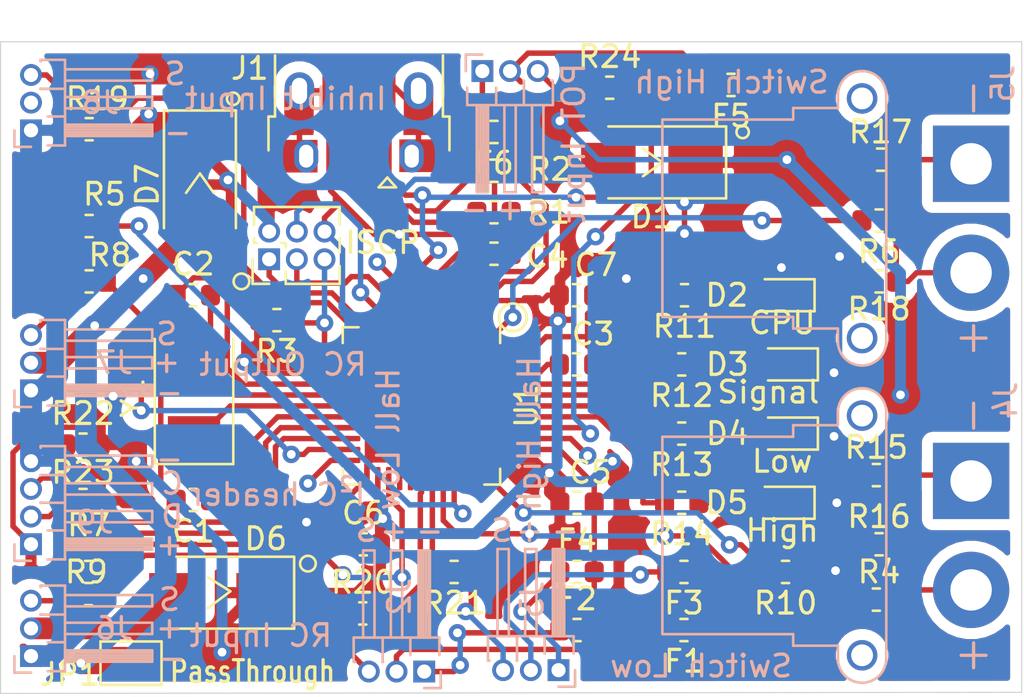
<source format=kicad_pcb>
(kicad_pcb (version 20171130) (host pcbnew 5.1.4-e60b266~84~ubuntu18.04.1)
  (layers (0 F.Cu signal) (31 B.Cu signal) (34 B.Paste user) (35 F.Paste user) (36 B.SilkS user) (37 F.SilkS user) (38 B.Mask user) (39 F.Mask user) (44 Edge.Cuts user))
  (net 0 "")
  (net 1 "Net-(D1-Pad2)")
  (net 2 VCC)
  (net 3 "Net-(D2-Pad2)")
  (net 4 GND)
  (net 5 "Net-(D3-Pad2)")
  (net 6 "Net-(D4-Pad2)")
  (net 7 "Net-(D5-Pad2)")
  (net 8 "Net-(D6-Pad2)")
  (net 9 "Net-(D7-Pad2)")
  (net 10 "Net-(J1-Pad3)")
  (net 11 "Net-(R1-Pad1)")
  (net 12 "Net-(R2-Pad1)")
  (net 13 "Net-(J1-Pad2)")
  (net 14 "Net-(R4-Pad2)")
  (net 15 "Net-(J4-Pad2)")
  (net 16 "Net-(J7-Pad3)")
  (net 17 "Net-(R5-Pad2)")
  (net 18 "Net-(J5-Pad2)")
  (net 19 "Net-(R6-Pad2)")
  (net 20 "Net-(R7-Pad2)")
  (net 21 "Net-(J6-Pad3)")
  (net 22 "Net-(R8-Pad2)")
  (net 23 "Net-(R9-Pad2)")
  (net 24 "Net-(R10-Pad2)")
  (net 25 "Net-(R11-Pad2)")
  (net 26 "Net-(R12-Pad2)")
  (net 27 "Net-(R13-Pad2)")
  (net 28 "Net-(R14-Pad2)")
  (net 29 "Net-(J4-Pad1)")
  (net 30 "Net-(J5-Pad1)")
  (net 31 "Net-(J8-Pad3)")
  (net 32 "Net-(R19-Pad2)")
  (net 33 "Net-(C1-Pad1)")
  (net 34 "Net-(C2-Pad2)")
  (net 35 "Net-(C3-Pad1)")
  (net 36 "Net-(C4-Pad1)")
  (net 37 "Net-(J1-Pad6)")
  (net 38 "Net-(J1-Pad4)")
  (net 39 "Net-(J2-Pad3)")
  (net 40 "Net-(J3-Pad3)")
  (net 41 "Net-(J8-Pad2)")
  (net 42 "Net-(U1-Pad8)")
  (net 43 "Net-(U1-Pad22)")
  (net 44 "Net-(U1-Pad26)")
  (net 45 "Net-(U1-Pad27)")
  (net 46 "Net-(U1-Pad32)")
  (net 47 "Net-(U1-Pad36)")
  (net 48 "Net-(F1-Pad2)")
  (net 49 "Net-(F2-Pad1)")
  (net 50 "Net-(F3-Pad2)")
  (net 51 "Net-(F4-Pad1)")
  (net 52 "Net-(R20-Pad2)")
  (net 53 "Net-(R21-Pad2)")
  (net 54 "Net-(J9-Pad3)")
  (net 55 "Net-(J9-Pad2)")
  (net 56 /RESET)
  (net 57 /MOSI)
  (net 58 /SCK)
  (net 59 /MISO)
  (net 60 "Net-(F5-Pad2)")
  (net 61 "Net-(F6-Pad1)")
  (net 62 "Net-(J11-Pad3)")
  (net 63 "Net-(R24-Pad2)")
  (module Connector_PinHeader_1.27mm:PinHeader_1x03_P1.27mm_Horizontal (layer B.Cu) (at 106.934 37.973 270)
    (fp_text reference J11)
    (fp_text value "POT Input" (at 3.302 -4.191 90) (layer B.SilkS) (effects (justify mirror)))
    (pad 3 thru_hole oval (at 0 -2.54 270) (size 1 1) (drill 0.65) (layers *.Cu *.Mask) (net 62 "Net-(J11-Pad3)"))
    (pad 2 thru_hole oval (at 0 -1.27 270) (size 1 1) (drill 0.65) (layers *.Cu *.Mask) (net 60 "Net-(F5-Pad2)"))
    (pad 1 thru_hole rect (at 0 0 270) (size 1 1) (drill 0.65) (layers *.Cu *.Mask) (net 61 "Net-(F6-Pad1)"))
  )
  (module Fuse:Fuse_0603_1608Metric (layer F.Cu) (at 107.4675 40.767 180)
    (fp_text reference F6 (at 0 -1.43) (layer F.SilkS))
    (fp_text value 0.5A)
    (pad 2 smd roundrect (at 0.7875 0 180) (size 0.875 0.95) (layers F.Cu F.Paste F.Mask) (net 4 GND))
    (pad 1 smd roundrect (at -0.7875 0 180) (size 0.875 0.95) (layers F.Cu F.Paste F.Mask) (net 61 "Net-(F6-Pad1)"))
  )
  (module Fuse:Fuse_0603_1608Metric (layer F.Cu) (at 118.3385 38.608 180)
    (fp_text reference F5 (at 0 -1.43) (layer F.SilkS))
    (fp_text value 0.5A)
    (pad 2 smd roundrect (at 0.7875 0 180) (size 0.875 0.95) (layers F.Cu F.Paste F.Mask) (net 60 "Net-(F5-Pad2)"))
    (pad 1 smd roundrect (at -0.7875 0 180) (size 0.875 0.95) (layers F.Cu F.Paste F.Mask) (net 2 VCC))
  )
  (module Connector_PinHeader_1.27mm:PinHeader_2x03_P1.27mm_Vertical (layer F.Cu) (at 97.155 46.609 90)
    (fp_text reference J10)
    (fp_text value ISCP (at 0.762 5.207 180) (layer F.SilkS))
    (pad 6 thru_hole oval (at 1.27 2.54 90) (size 1 1) (drill 0.65) (layers *.Cu *.Mask) (net 4 GND))
    (pad 5 thru_hole oval (at 0 2.54 90) (size 1 1) (drill 0.65) (layers *.Cu *.Mask) (net 56 /RESET))
    (pad 4 thru_hole oval (at 1.27 1.27 90) (size 1 1) (drill 0.65) (layers *.Cu *.Mask) (net 57 /MOSI))
    (pad 3 thru_hole oval (at 0 1.27 90) (size 1 1) (drill 0.65) (layers *.Cu *.Mask) (net 58 /SCK))
    (pad 2 thru_hole oval (at 1.27 0 90) (size 1 1) (drill 0.65) (layers *.Cu *.Mask) (net 2 VCC))
    (pad 1 thru_hole rect (at 0 0 90) (size 1 1) (drill 0.65) (layers *.Cu *.Mask) (net 59 /MISO))
  )
  (module Resistor_SMD:R_0603_1608Metric (layer F.Cu) (at 88.6205 55.118)
    (fp_text reference R22 (at 0 -1.43) (layer F.SilkS))
    (fp_text value 10K)
    (pad 2 smd roundrect (at 0.7875 0) (size 0.875 0.95) (layers F.Cu F.Paste F.Mask) (net 2 VCC))
    (pad 1 smd roundrect (at -0.7875 0) (size 0.875 0.95) (layers F.Cu F.Paste F.Mask) (net 54 "Net-(J9-Pad3)"))
  )
  (module Resistor_SMD:R_0603_1608Metric (layer F.Cu) (at 88.6205 57.658)
    (fp_text reference R23 (at 0 -1.27) (layer F.SilkS))
    (fp_text value 10K)
    (pad 1 smd roundrect (at -0.7875 0) (size 0.875 0.95) (layers F.Cu F.Paste F.Mask) (net 55 "Net-(J9-Pad2)"))
    (pad 2 smd roundrect (at 0.7875 0) (size 0.875 0.95) (layers F.Cu F.Paste F.Mask) (net 2 VCC))
  )
  (module Connector_PinHeader_1.27mm:PinHeader_1x04_P1.27mm_Horizontal (layer B.Cu) (at 86.233 59.69)
    (fp_text reference J9 (at 2.921 -1.016) (layer B.SilkS) (effects (justify mirror)))
    (fp_text value "I²C header" (at 11.303 -2.286) (layer B.SilkS) (effects (justify mirror)))
    (pad 4 thru_hole oval (at 0 -3.81) (size 1 1) (drill 0.65) (layers *.Cu *.Mask) (net 4 GND))
    (pad 3 thru_hole oval (at 0 -2.54) (size 1 1) (drill 0.65) (layers *.Cu *.Mask) (net 54 "Net-(J9-Pad3)"))
    (pad 2 thru_hole oval (at 0 -1.27) (size 1 1) (drill 0.65) (layers *.Cu *.Mask) (net 55 "Net-(J9-Pad2)"))
    (pad 1 thru_hole rect (at 0 0) (size 1 1) (drill 0.65) (layers *.Cu *.Mask) (net 2 VCC))
  )
  (module Resistor_SMD:R_0603_1608Metric (layer F.Cu) (at 125.13 44.831 180)
    (fp_text reference R6 (at 0 -1.43) (layer F.SilkS))
    (fp_text value 1K)
    (pad 2 smd roundrect (at 0.7875 0 180) (size 0.875 0.95) (layers F.Cu F.Paste F.Mask) (net 19 "Net-(R6-Pad2)"))
    (pad 1 smd roundrect (at -0.7875 0 180) (size 0.875 0.95) (layers F.Cu F.Paste F.Mask) (net 18 "Net-(J5-Pad2)"))
  )
  (module Resistor_SMD:R_0603_1608Metric (layer F.Cu) (at 101.4475 62.865)
    (fp_text reference R20 (at 0 -1.43) (layer F.SilkS))
    (fp_text value 1K)
    (pad 1 smd roundrect (at -0.7875 0) (size 0.875 0.95) (layers F.Cu F.Paste F.Mask) (net 39 "Net-(J2-Pad3)"))
    (pad 2 smd roundrect (at 0.7875 0) (size 0.875 0.95) (layers F.Cu F.Paste F.Mask) (net 52 "Net-(R20-Pad2)"))
  )
  (module Resistor_SMD:R_0603_1608Metric (layer F.Cu) (at 105.6385 60.96 180)
    (fp_text reference R21 (at 0 -1.43) (layer F.SilkS))
    (fp_text value 1K)
    (pad 2 smd roundrect (at 0.7875 0 180) (size 0.875 0.95) (layers F.Cu F.Paste F.Mask) (net 53 "Net-(R21-Pad2)"))
    (pad 1 smd roundrect (at -0.7875 0 180) (size 0.875 0.95) (layers F.Cu F.Paste F.Mask) (net 40 "Net-(J3-Pad3)"))
  )
  (module Fuse:Fuse_0603_1608Metric (layer F.Cu) (at 111.2775 63.627)
    (fp_text reference F2 (at 0 -1.43) (layer F.SilkS))
    (fp_text value 0.5A)
    (pad 2 smd roundrect (at 0.7875 0) (size 0.875 0.95) (layers F.Cu F.Paste F.Mask) (net 4 GND))
    (pad 1 smd roundrect (at -0.7875 0) (size 0.875 0.95) (layers F.Cu F.Paste F.Mask) (net 49 "Net-(F2-Pad1)"))
  )
  (module Fuse:Fuse_0603_1608Metric (layer F.Cu) (at 116.1795 63.627 180)
    (fp_text reference F1 (at 0 -1.43) (layer F.SilkS))
    (fp_text value 0.5A)
    (pad 1 smd roundrect (at -0.7875 0 180) (size 0.875 0.95) (layers F.Cu F.Paste F.Mask) (net 2 VCC))
    (pad 2 smd roundrect (at 0.7875 0 180) (size 0.875 0.95) (layers F.Cu F.Paste F.Mask) (net 48 "Net-(F1-Pad2)"))
  )
  (module Fuse:Fuse_0603_1608Metric (layer F.Cu) (at 111.2775 60.96)
    (fp_text reference F4 (at 0 -1.43) (layer F.SilkS))
    (fp_text value 0.5A)
    (pad 1 smd roundrect (at -0.7875 0) (size 0.875 0.95) (layers F.Cu F.Paste F.Mask) (net 51 "Net-(F4-Pad1)"))
    (pad 2 smd roundrect (at 0.7875 0) (size 0.875 0.95) (layers F.Cu F.Paste F.Mask) (net 4 GND))
  )
  (module Fuse:Fuse_0603_1608Metric (layer F.Cu) (at 116.1795 60.96 180)
    (fp_text reference F3 (at 0 -1.43) (layer F.SilkS))
    (fp_text value 0.5A)
    (pad 2 smd roundrect (at 0.7875 0 180) (size 0.875 0.95) (layers F.Cu F.Paste F.Mask) (net 50 "Net-(F3-Pad2)"))
    (pad 1 smd roundrect (at -0.7875 0 180) (size 0.875 0.95) (layers F.Cu F.Paste F.Mask) (net 2 VCC))
  )
  (module Connector_PinHeader_1.27mm:PinHeader_1x03_P1.27mm_Horizontal (layer B.Cu) (at 110.4265 65.4685 90)
    (fp_text reference J3 (at 3.2385 -1.2065 270) (layer B.SilkS) (effects (justify mirror)))
    (fp_text value "Hall High" (at 10.8585 -1.3335 90) (layer B.SilkS) (effects (justify mirror)))
    (pad 3 thru_hole oval (at 0 -2.54 90) (size 1 1) (drill 0.65) (layers *.Cu *.Mask) (net 40 "Net-(J3-Pad3)"))
    (pad 2 thru_hole oval (at 0 -1.27 90) (size 1 1) (drill 0.65) (layers *.Cu *.Mask) (net 50 "Net-(F3-Pad2)"))
    (pad 1 thru_hole rect (at 0 0 90) (size 1 1) (drill 0.65) (layers *.Cu *.Mask) (net 51 "Net-(F4-Pad1)"))
  )
  (module Connector_AMASS:AMASS_XT30PW-F_1x02_P2.50mm_Horizontal (layer B.Cu) (at 129.3495 42.2275 270)
    (fp_text reference J5 (at -3.683 -1.4605 270) (layer B.SilkS) (effects (justify mirror)))
    (fp_text value "Switch High" (at -3.7465 10.9855) (layer B.SilkS) (effects (justify mirror)))
    (fp_text user - (at -3 0 270) (layer B.SilkS) (effects (font (size 1.5 1.5)) (justify mirror)))
    (fp_text user + (at 8 0 270) (layer B.SilkS) (effects (font (size 1.5 1.5)) (justify mirror)))
    (pad 2 thru_hole circle (at 5 0 270) (size 3.5 3.5) (drill 1.9) (layers *.Cu *.Mask) (net 18 "Net-(J5-Pad2)"))
    (pad 1 thru_hole rect (at 0 0 270) (size 3.5 3.5) (drill 1.9) (layers *.Cu *.Mask) (net 30 "Net-(J5-Pad1)"))
    (pad "" thru_hole circle (at 8 5 270) (size 1.4 1.4) (drill 1) (layers *.Cu *.Mask))
    (pad "" thru_hole circle (at -3 5 180) (size 1.4 1.4) (drill 1) (layers *.Cu *.Mask))
  )
  (module Crystal:Crystal_SMD_5032-2Pin_5.0x3.2mm (layer F.Cu) (at 93.71 52.96 90)
    (fp_text reference Y1 (at 0 -2.8 90) (layer F.SilkS))
    (fp_text value 8Mhz)
    (pad 2 smd rect (at 1.85 0 90) (size 2 2.4) (layers F.Cu F.Paste F.Mask) (net 34 "Net-(C2-Pad2)"))
    (pad 1 smd rect (at -1.85 0 90) (size 2 2.4) (layers F.Cu F.Paste F.Mask) (net 33 "Net-(C1-Pad1)"))
  )
  (module Resistor_SMD:R_0603_1608Metric (layer F.Cu) (at 88.9 40.64)
    (fp_text reference R19 (at 0.381 -1.397) (layer F.SilkS))
    (fp_text value 1K)
    (pad 2 smd roundrect (at 0.7875 0) (size 0.875 0.95) (layers F.Cu F.Paste F.Mask) (net 32 "Net-(R19-Pad2)"))
    (pad 1 smd roundrect (at -0.7875 0) (size 0.875 0.95) (layers F.Cu F.Paste F.Mask) (net 31 "Net-(J8-Pad3)"))
  )
  (module Resistor_SMD:R_0603_1608Metric (layer F.Cu) (at 125.13 47.625)
    (fp_text reference R18 (at 0 1.27) (layer F.SilkS))
    (fp_text value 1K)
    (pad 2 smd roundrect (at 0.7875 0) (size 0.875 0.95) (layers F.Cu F.Paste F.Mask) (net 18 "Net-(J5-Pad2)"))
    (pad 1 smd roundrect (at -0.7875 0) (size 0.875 0.95) (layers F.Cu F.Paste F.Mask) (net 4 GND))
  )
  (module Resistor_SMD:R_0603_1608Metric (layer F.Cu) (at 125.1965 42.037 180)
    (fp_text reference R17 (at 0 1.27) (layer F.SilkS))
    (fp_text value 240R)
    (pad 2 smd roundrect (at 0.7875 0 180) (size 0.875 0.95) (layers F.Cu F.Paste F.Mask) (net 2 VCC))
    (pad 1 smd roundrect (at -0.7875 0 180) (size 0.875 0.95) (layers F.Cu F.Paste F.Mask) (net 30 "Net-(J5-Pad1)"))
  )
  (module Resistor_SMD:R_0603_1608Metric (layer F.Cu) (at 125.13 59.69)
    (fp_text reference R16 (at 0 -1.27) (layer F.SilkS))
    (fp_text value 1K)
    (pad 2 smd roundrect (at 0.7875 0) (size 0.875 0.95) (layers F.Cu F.Paste F.Mask) (net 15 "Net-(J4-Pad2)"))
    (pad 1 smd roundrect (at -0.7875 0) (size 0.875 0.95) (layers F.Cu F.Paste F.Mask) (net 4 GND))
  )
  (module Resistor_SMD:R_0603_1608Metric (layer F.Cu) (at 125.003 56.515 180)
    (fp_text reference R15 (at 0 1.27) (layer F.SilkS))
    (fp_text value 240R)
    (pad 2 smd roundrect (at 0.7875 0 180) (size 0.875 0.95) (layers F.Cu F.Paste F.Mask) (net 2 VCC))
    (pad 1 smd roundrect (at -0.7875 0 180) (size 0.875 0.95) (layers F.Cu F.Paste F.Mask) (net 29 "Net-(J4-Pad1)"))
  )
  (module Resistor_SMD:R_0603_1608Metric (layer F.Cu) (at 116.078 57.785 180)
    (fp_text reference R14 (at 0 -1.43) (layer F.SilkS))
    (fp_text value 240R)
    (pad 2 smd roundrect (at 0.7875 0 180) (size 0.875 0.95) (layers F.Cu F.Paste F.Mask) (net 28 "Net-(R14-Pad2)"))
    (pad 1 smd roundrect (at -0.7875 0 180) (size 0.875 0.95) (layers F.Cu F.Paste F.Mask) (net 7 "Net-(D5-Pad2)"))
  )
  (module Resistor_SMD:R_0603_1608Metric (layer F.Cu) (at 116.078 54.61 180)
    (fp_text reference R13 (at 0 -1.43) (layer F.SilkS))
    (fp_text value 240R)
    (pad 2 smd roundrect (at 0.7875 0 180) (size 0.875 0.95) (layers F.Cu F.Paste F.Mask) (net 27 "Net-(R13-Pad2)"))
    (pad 1 smd roundrect (at -0.7875 0 180) (size 0.875 0.95) (layers F.Cu F.Paste F.Mask) (net 6 "Net-(D4-Pad2)"))
  )
  (module Resistor_SMD:R_0603_1608Metric (layer F.Cu) (at 116.078 51.435 180)
    (fp_text reference R12 (at 0 -1.43) (layer F.SilkS))
    (fp_text value 240R)
    (pad 2 smd roundrect (at 0.7875 0 180) (size 0.875 0.95) (layers F.Cu F.Paste F.Mask) (net 26 "Net-(R12-Pad2)"))
    (pad 1 smd roundrect (at -0.7875 0 180) (size 0.875 0.95) (layers F.Cu F.Paste F.Mask) (net 5 "Net-(D3-Pad2)"))
  )
  (module Resistor_SMD:R_0603_1608Metric (layer F.Cu) (at 116.205 48.26 180)
    (fp_text reference R11 (at 0 -1.43) (layer F.SilkS))
    (fp_text value 240R)
    (pad 2 smd roundrect (at 0.7875 0 180) (size 0.875 0.95) (layers F.Cu F.Paste F.Mask) (net 25 "Net-(R11-Pad2)"))
    (pad 1 smd roundrect (at -0.7875 0 180) (size 0.875 0.95) (layers F.Cu F.Paste F.Mask) (net 3 "Net-(D2-Pad2)"))
  )
  (module Resistor_SMD:R_0603_1608Metric (layer F.Cu) (at 120.8375 60.96 180)
    (fp_text reference R10 (at 0 -1.43) (layer F.SilkS))
    (fp_text value 10K)
    (pad 2 smd roundrect (at 0.7875 0 180) (size 0.875 0.95) (layers F.Cu F.Paste F.Mask) (net 24 "Net-(R10-Pad2)"))
    (pad 1 smd roundrect (at -0.7875 0 180) (size 0.875 0.95) (layers F.Cu F.Paste F.Mask) (net 4 GND))
  )
  (module Resistor_SMD:R_0603_1608Metric (layer F.Cu) (at 88.8745 61.976)
    (fp_text reference R9 (at -0.1015 -1.016) (layer F.SilkS))
    (fp_text value 1K)
    (pad 2 smd roundrect (at 0.7875 0) (size 0.875 0.95) (layers F.Cu F.Paste F.Mask) (net 23 "Net-(R9-Pad2)"))
    (pad 1 smd roundrect (at -0.7875 0) (size 0.875 0.95) (layers F.Cu F.Paste F.Mask) (net 21 "Net-(J6-Pad3)"))
  )
  (module Resistor_SMD:R_0603_1608Metric (layer F.Cu) (at 88.9 47.625)
    (fp_text reference R8 (at 0.9525 -1.2065) (layer F.SilkS))
    (fp_text value 100R)
    (pad 2 smd roundrect (at 0.7875 0) (size 0.875 0.95) (layers F.Cu F.Paste F.Mask) (net 22 "Net-(R8-Pad2)"))
    (pad 1 smd roundrect (at -0.7875 0) (size 0.875 0.95) (layers F.Cu F.Paste F.Mask) (net 16 "Net-(J7-Pad3)"))
  )
  (module Resistor_SMD:R_0603_1608Metric (layer F.Cu) (at 88.8745 59.944)
    (fp_text reference R7 (at 0 -1.143) (layer F.SilkS))
    (fp_text value 1K)
    (pad 2 smd roundrect (at 0.7875 0) (size 0.875 0.95) (layers F.Cu F.Paste F.Mask) (net 20 "Net-(R7-Pad2)"))
    (pad 1 smd roundrect (at -0.7875 0) (size 0.875 0.95) (layers F.Cu F.Paste F.Mask) (net 21 "Net-(J6-Pad3)"))
  )
  (module Resistor_SMD:R_0603_1608Metric (layer F.Cu) (at 88.9 45.085)
    (fp_text reference R5 (at 0.6985 -1.4605) (layer F.SilkS))
    (fp_text value 100R)
    (pad 2 smd roundrect (at 0.7875 0) (size 0.875 0.95) (layers F.Cu F.Paste F.Mask) (net 17 "Net-(R5-Pad2)"))
    (pad 1 smd roundrect (at -0.7875 0) (size 0.875 0.95) (layers F.Cu F.Paste F.Mask) (net 16 "Net-(J7-Pad3)"))
  )
  (module Resistor_SMD:R_0603_1608Metric (layer F.Cu) (at 125.003 62.23 180)
    (fp_text reference R4 (at -0.127 1.27) (layer F.SilkS))
    (fp_text value 1K)
    (pad 2 smd roundrect (at 0.7875 0 180) (size 0.875 0.95) (layers F.Cu F.Paste F.Mask) (net 14 "Net-(R4-Pad2)"))
    (pad 1 smd roundrect (at -0.7875 0 180) (size 0.875 0.95) (layers F.Cu F.Paste F.Mask) (net 15 "Net-(J4-Pad2)"))
  )
  (module Resistor_SMD:R_0603_1608Metric (layer F.Cu) (at 97.5105 49.403 180)
    (fp_text reference R3 (at 0 -1.43) (layer F.SilkS))
    (fp_text value 10K)
    (pad 2 smd roundrect (at 0.7875 0 180) (size 0.875 0.95) (layers F.Cu F.Paste F.Mask) (net 2 VCC))
    (pad 1 smd roundrect (at -0.7875 0 180) (size 0.875 0.95) (layers F.Cu F.Paste F.Mask) (net 56 /RESET))
  )
  (module Resistor_SMD:R_0603_1608Metric (layer F.Cu) (at 107.4675 42.545 180)
    (fp_text reference R2 (at -2.578 0.0635) (layer F.SilkS))
    (fp_text value 22R)
    (pad 2 smd roundrect (at 0.7875 0 180) (size 0.875 0.95) (layers F.Cu F.Paste F.Mask) (net 13 "Net-(J1-Pad2)"))
    (pad 1 smd roundrect (at -0.7875 0 180) (size 0.875 0.95) (layers F.Cu F.Paste F.Mask) (net 12 "Net-(R2-Pad1)"))
  )
  (module Resistor_SMD:R_0603_1608Metric (layer F.Cu) (at 107.4675 44.45 180)
    (fp_text reference R1 (at -2.5145 0) (layer F.SilkS))
    (fp_text value 22R)
    (pad 2 smd roundrect (at 0.7875 0 180) (size 0.875 0.95) (layers F.Cu F.Paste F.Mask) (net 10 "Net-(J1-Pad3)"))
    (pad 1 smd roundrect (at -0.7875 0 180) (size 0.875 0.95) (layers F.Cu F.Paste F.Mask) (net 11 "Net-(R1-Pad1)"))
  )
  (module LED_SMD:LED_0603_1608Metric (layer F.Cu) (at 120.685 57.785 180)
    (fp_text reference D5 (at 2.54 0) (layer F.SilkS))
    (fp_text value High (at 0 -1.27) (layer F.SilkS))
    (pad 2 smd roundrect (at 0.7875 0 180) (size 0.875 0.95) (layers F.Cu F.Paste F.Mask) (net 7 "Net-(D5-Pad2)"))
    (pad 1 smd roundrect (at -0.7875 0 180) (size 0.875 0.95) (layers F.Cu F.Paste F.Mask) (net 4 GND))
  )
  (module LED_SMD:LED_0603_1608Metric (layer F.Cu) (at 120.8375 54.61 180)
    (fp_text reference D4 (at 2.667 0) (layer F.SilkS))
    (fp_text value Low (at 0.1525 -1.27) (layer F.SilkS))
    (pad 2 smd roundrect (at 0.7875 0 180) (size 0.875 0.95) (layers F.Cu F.Paste F.Mask) (net 6 "Net-(D4-Pad2)"))
    (pad 1 smd roundrect (at -0.7875 0 180) (size 0.875 0.95) (layers F.Cu F.Paste F.Mask) (net 4 GND))
  )
  (module LED_SMD:LED_0603_1608Metric (layer F.Cu) (at 120.8375 51.435 180)
    (fp_text reference D3 (at 2.667 0) (layer F.SilkS))
    (fp_text value Signal (at 0.7875 -1.27) (layer F.SilkS))
    (pad 2 smd roundrect (at 0.7875 0 180) (size 0.875 0.95) (layers F.Cu F.Paste F.Mask) (net 5 "Net-(D3-Pad2)"))
    (pad 1 smd roundrect (at -0.7875 0 180) (size 0.875 0.95) (layers F.Cu F.Paste F.Mask) (net 4 GND))
  )
  (module LED_SMD:LED_0603_1608Metric (layer F.Cu) (at 120.685 48.26 180)
    (fp_text reference D2 (at 2.54 0) (layer F.SilkS))
    (fp_text value CPU (at 0 -1.27) (layer F.SilkS))
    (pad 2 smd roundrect (at 0.7875 0 180) (size 0.875 0.95) (layers F.Cu F.Paste F.Mask) (net 3 "Net-(D2-Pad2)"))
    (pad 1 smd roundrect (at -0.7875 0 180) (size 0.875 0.95) (layers F.Cu F.Paste F.Mask) (net 4 GND))
  )
  (module Capacitor_SMD:C_0603_1608Metric (layer F.Cu) (at 111.252 48.26 180)
    (fp_text reference C7 (at -0.889 1.397) (layer F.SilkS))
    (fp_text value 1uF)
    (pad 2 smd roundrect (at 0.7875 0 180) (size 0.875 0.95) (layers F.Cu F.Paste F.Mask) (net 2 VCC))
    (pad 1 smd roundrect (at -0.7875 0 180) (size 0.875 0.95) (layers F.Cu F.Paste F.Mask) (net 4 GND))
  )
  (module Capacitor_SMD:C_0603_1608Metric (layer F.Cu) (at 101.473 59.69)
    (fp_text reference C6 (at 0 -1.43) (layer F.SilkS))
    (fp_text value 1uF)
    (pad 2 smd roundrect (at 0.7875 0) (size 0.875 0.95) (layers F.Cu F.Paste F.Mask) (net 2 VCC))
    (pad 1 smd roundrect (at -0.7875 0) (size 0.875 0.95) (layers F.Cu F.Paste F.Mask) (net 4 GND))
  )
  (module Capacitor_SMD:C_0603_1608Metric (layer F.Cu) (at 111.2775 57.785 180)
    (fp_text reference C5 (at -0.6095 1.397) (layer F.SilkS))
    (fp_text value 1uF)
    (pad 2 smd roundrect (at 0.7875 0 180) (size 0.875 0.95) (layers F.Cu F.Paste F.Mask) (net 2 VCC))
    (pad 1 smd roundrect (at -0.7875 0 180) (size 0.875 0.95) (layers F.Cu F.Paste F.Mask) (net 4 GND))
  )
  (module Capacitor_SMD:C_0603_1608Metric (layer F.Cu) (at 107.4675 46.355)
    (fp_text reference C4 (at 2.451 0.127) (layer F.SilkS))
    (fp_text value 1uF)
    (pad 2 smd roundrect (at 0.7875 0) (size 0.875 0.95) (layers F.Cu F.Paste F.Mask) (net 4 GND))
    (pad 1 smd roundrect (at -0.7875 0) (size 0.875 0.95) (layers F.Cu F.Paste F.Mask) (net 36 "Net-(C4-Pad1)"))
  )
  (module Capacitor_SMD:C_0603_1608Metric (layer F.Cu) (at 111.252 51.435)
    (fp_text reference C3 (at 0.762 -1.397) (layer F.SilkS))
    (fp_text value 100n)
    (pad 2 smd roundrect (at 0.7875 0) (size 0.875 0.95) (layers F.Cu F.Paste F.Mask) (net 4 GND))
    (pad 1 smd roundrect (at -0.7875 0) (size 0.875 0.95) (layers F.Cu F.Paste F.Mask) (net 35 "Net-(C3-Pad1)"))
  )
  (module Capacitor_SMD:C_0603_1608Metric (layer F.Cu) (at 93.6775 48.26)
    (fp_text reference C2 (at 0 -1.43) (layer F.SilkS))
    (fp_text value 22pf)
    (pad 2 smd roundrect (at 0.7875 0) (size 0.875 0.95) (layers F.Cu F.Paste F.Mask) (net 34 "Net-(C2-Pad2)"))
    (pad 1 smd roundrect (at -0.7875 0) (size 0.875 0.95) (layers F.Cu F.Paste F.Mask) (net 4 GND))
  )
  (module Capacitor_SMD:C_0603_1608Metric (layer F.Cu) (at 93.6775 57.658 180)
    (fp_text reference C1 (at 0 -1.43) (layer F.SilkS))
    (fp_text value 22pf)
    (pad 2 smd roundrect (at 0.7875 0 180) (size 0.875 0.95) (layers F.Cu F.Paste F.Mask) (net 4 GND))
    (pad 1 smd roundrect (at -0.7875 0 180) (size 0.875 0.95) (layers F.Cu F.Paste F.Mask) (net 33 "Net-(C1-Pad1)"))
  )
  (module Connector_AMASS:AMASS_XT30PW-F_1x02_P2.50mm_Horizontal (layer B.Cu) (at 129.3495 56.7855 270)
    (fp_text reference J4 (at -3.6995 -1.5875 270) (layer B.SilkS) (effects (justify mirror)))
    (fp_text value "Switch Low" (at 8.4925 12.3825) (layer B.SilkS) (effects (justify mirror)))
    (fp_text user - (at -3 0 270) (layer B.SilkS) (effects (font (size 1.5 1.5)) (justify mirror)))
    (fp_text user + (at 8 0 270) (layer B.SilkS) (effects (font (size 1.5 1.5)) (justify mirror)))
    (pad 2 thru_hole circle (at 5 0 270) (size 3.5 3.5) (drill 1.9) (layers *.Cu *.Mask) (net 15 "Net-(J4-Pad2)"))
    (pad 1 thru_hole rect (at 0 0 270) (size 3.5 3.5) (drill 1.9) (layers *.Cu *.Mask) (net 29 "Net-(J4-Pad1)"))
    (pad "" thru_hole circle (at 8 5 270) (size 1.4 1.4) (drill 1) (layers *.Cu *.Mask))
    (pad "" thru_hole circle (at -3 5 180) (size 1.4 1.4) (drill 1) (layers *.Cu *.Mask))
  )
  (module Diode_SMD:D_SMA (layer F.Cu) (at 93.98 43.18 270)
    (fp_text reference D7 (at 0 2.413 90) (layer F.SilkS))
    (fp_text value "Output Supply")
    (pad 2 smd rect (at 2 0 270) (size 2.5 1.8) (layers F.Cu F.Paste F.Mask) (net 9 "Net-(D7-Pad2)"))
    (pad 1 smd rect (at -2 0 270) (size 2.5 1.8) (layers F.Cu F.Paste F.Mask) (net 2 VCC))
  )
  (module Diode_SMD:D_SMA (layer F.Cu) (at 94.901 61.9125 180)
    (fp_text reference D6 (at -2.0955 2.4765) (layer F.SilkS))
    (fp_text value "Input Supply")
    (pad 2 smd rect (at 2 0 180) (size 2.5 1.8) (layers F.Cu F.Paste F.Mask) (net 8 "Net-(D6-Pad2)"))
    (pad 1 smd rect (at -2 0 180) (size 2.5 1.8) (layers F.Cu F.Paste F.Mask) (net 2 VCC))
  )
  (module Diode_SMD:D_SMA (layer F.Cu) (at 114.713 42.164 180)
    (fp_text reference D1 (at 0 -2.5) (layer F.SilkS))
    (fp_text value "USB Supply")
    (pad 2 smd rect (at 2 0 180) (size 2.5 1.8) (layers F.Cu F.Paste F.Mask) (net 1 "Net-(D1-Pad2)"))
    (pad 1 smd rect (at -2 0 180) (size 2.5 1.8) (layers F.Cu F.Paste F.Mask) (net 2 VCC))
  )
  (module Connector_PinHeader_1.27mm:PinHeader_1x03_P1.27mm_Horizontal (layer B.Cu) (at 86.233 40.6908)
    (fp_text reference J8 (at 3.175 -1.27) (layer B.SilkS) (effects (justify mirror)))
    (fp_text value "Inhibit Input" (at 11.684 -1.4478) (layer B.SilkS) (effects (justify mirror)))
    (pad 3 thru_hole oval (at 0 -2.54) (size 1 1) (drill 0.65) (layers *.Cu *.Mask) (net 31 "Net-(J8-Pad3)"))
    (pad 2 thru_hole oval (at 0 -1.27) (size 1 1) (drill 0.65) (layers *.Cu *.Mask) (net 41 "Net-(J8-Pad2)"))
    (pad 1 thru_hole rect (at 0 0) (size 1 1) (drill 0.65) (layers *.Cu *.Mask) (net 4 GND))
  )
  (module Connector_PinHeader_1.27mm:PinHeader_1x03_P1.27mm_Horizontal (layer B.Cu) (at 86.233 52.6288)
    (fp_text reference J7 (at 3.81 -1.27) (layer B.SilkS) (effects (justify mirror)))
    (fp_text value "RC Output" (at 11.557 -1.1938 180) (layer B.SilkS) (effects (justify mirror)))
    (pad 3 thru_hole oval (at 0 -2.54) (size 1 1) (drill 0.65) (layers *.Cu *.Mask) (net 16 "Net-(J7-Pad3)"))
    (pad 2 thru_hole oval (at 0 -1.27) (size 1 1) (drill 0.65) (layers *.Cu *.Mask) (net 9 "Net-(D7-Pad2)"))
    (pad 1 thru_hole rect (at 0 0) (size 1 1) (drill 0.65) (layers *.Cu *.Mask) (net 4 GND))
  )
  (module Connector_PinHeader_1.27mm:PinHeader_1x03_P1.27mm_Horizontal (layer B.Cu) (at 86.233 64.8208)
    (fp_text reference J6 (at 3.81 -1.27) (layer B.SilkS) (effects (justify mirror)))
    (fp_text value "RC Input" (at 10.541 -0.9398) (layer B.SilkS) (effects (justify mirror)))
    (pad 3 thru_hole oval (at 0 -2.54) (size 1 1) (drill 0.65) (layers *.Cu *.Mask) (net 21 "Net-(J6-Pad3)"))
    (pad 2 thru_hole oval (at 0 -1.27) (size 1 1) (drill 0.65) (layers *.Cu *.Mask) (net 8 "Net-(D6-Pad2)"))
    (pad 1 thru_hole rect (at 0 0) (size 1 1) (drill 0.65) (layers *.Cu *.Mask) (net 4 GND))
  )
  (module Connector_PinHeader_1.27mm:PinHeader_1x03_P1.27mm_Horizontal (layer B.Cu) (at 104.267 65.532 90)
    (fp_text reference J2 (at 3.429 -1.143 270) (layer B.SilkS) (effects (justify mirror)))
    (fp_text value "Hall Low" (at 10.668 -1.651 90) (layer B.SilkS) (effects (justify mirror)))
    (pad 1 thru_hole rect (at 0 0 90) (size 1 1) (drill 0.65) (layers *.Cu *.Mask) (net 49 "Net-(F2-Pad1)"))
    (pad 2 thru_hole oval (at 0 -1.27 90) (size 1 1) (drill 0.65) (layers *.Cu *.Mask) (net 48 "Net-(F1-Pad2)"))
    (pad 3 thru_hole oval (at 0 -2.54 90) (size 1 1) (drill 0.65) (layers *.Cu *.Mask) (net 39 "Net-(J2-Pad3)"))
  )
  (module Connector_USB:USB_Micro-B_Amphenol_10103594-0001LF_Horizontal (layer F.Cu) (at 101.25 39.993 180)
    (fp_text reference J1 (at 4.984 2.147) (layer F.SilkS))
    (fp_text value USB_B_Micro)
    (pad 6 smd rect (at 0.935 1.385 270) (size 2.5 1.43) (layers F.Cu F.Paste F.Mask) (net 37 "Net-(J1-Pad6)"))
    (pad 6 smd rect (at -0.985 1.385 270) (size 2.5 1.43) (layers F.Cu F.Paste F.Mask) (net 37 "Net-(J1-Pad6)"))
    (pad 6 thru_hole oval (at 2.705 1.115 270) (size 1.7 1.35) (drill oval 1.2 0.7) (layers *.Cu *.Mask) (net 37 "Net-(J1-Pad6)"))
    (pad 6 thru_hole oval (at -2.755 1.115 270) (size 1.7 1.35) (drill oval 1.2 0.7) (layers *.Cu *.Mask) (net 37 "Net-(J1-Pad6)"))
    (pad 6 thru_hole oval (at 2.395 -1.885 270) (size 1.5 1.1) (drill oval 1.05 0.65) (layers *.Cu *.Mask) (net 37 "Net-(J1-Pad6)"))
    (pad 6 thru_hole oval (at -2.445 -1.885 270) (size 1.5 1.1) (drill oval 1.05 0.65) (layers *.Cu *.Mask) (net 37 "Net-(J1-Pad6)"))
    (pad 5 smd rect (at 1.275 -1.765 270) (size 1.65 0.4) (layers F.Cu F.Paste F.Mask) (net 4 GND))
    (pad 4 smd rect (at 0.625 -1.765 270) (size 1.65 0.4) (layers F.Cu F.Paste F.Mask) (net 38 "Net-(J1-Pad4)"))
    (pad 3 smd rect (at -0.025 -1.765 270) (size 1.65 0.4) (layers F.Cu F.Paste F.Mask) (net 10 "Net-(J1-Pad3)"))
    (pad 2 smd rect (at -0.675 -1.765 270) (size 1.65 0.4) (layers F.Cu F.Paste F.Mask) (net 13 "Net-(J1-Pad2)"))
    (pad 1 smd rect (at -1.325 -1.765 270) (size 1.65 0.4) (layers F.Cu F.Paste F.Mask) (net 1 "Net-(D1-Pad2)"))
    (pad 6 smd rect (at 2.875 -1.885 180) (size 2 1.5) (layers F.Cu F.Paste F.Mask) (net 37 "Net-(J1-Pad6)"))
    (pad 6 smd rect (at -2.875 -1.865 180) (size 2 1.5) (layers F.Cu F.Paste F.Mask) (net 37 "Net-(J1-Pad6)"))
    (pad 6 smd rect (at 2.975 -0.565 180) (size 1.825 0.7) (layers F.Cu F.Paste F.Mask) (net 37 "Net-(J1-Pad6)"))
    (pad 6 smd rect (at -2.975 -0.565 180) (size 1.825 0.7) (layers F.Cu F.Paste F.Mask) (net 37 "Net-(J1-Pad6)"))
    (pad 6 smd rect (at -2.755 0.185 180) (size 1.35 2) (layers F.Cu F.Paste F.Mask) (net 37 "Net-(J1-Pad6)"))
    (pad 6 smd rect (at 2.725 0.185 180) (size 1.35 2) (layers F.Cu F.Paste F.Mask) (net 37 "Net-(J1-Pad6)"))
  )
  (module Jumper:SolderJumper-2_P1.3mm_Open_Pad1.0x1.5mm (layer F.Cu) (at 90.82 65.151)
    (fp_text reference JP1 (at -2.809 0.508) (layer F.SilkS))
    (fp_text value PassThrough (at 5.573 0.381) (layer F.SilkS) (effects (font (size 1 0.8))))
    (pad 2 smd rect (at 0.65 0) (size 1 1.5) (layers F.Cu F.Mask) (net 8 "Net-(D6-Pad2)"))
    (pad 1 smd rect (at -0.65 0) (size 1 1.5) (layers F.Cu F.Mask) (net 9 "Net-(D7-Pad2)"))
  )
  (module Package_DFN_QFN:QFN-44-1EP_7x7mm_P0.5mm_EP5.2x5.2mm (layer F.Cu) (at 104.14 53.34 270)
    (fp_text reference U1 (at 0 -4.82 90) (layer F.SilkS))
    (fp_text value ATmega32U4-MU)
    (pad 44 smd roundrect (at -2.5 -3.3375 270) (size 0.25 1.075) (layers F.Cu F.Paste F.Mask) (net 2 VCC))
    (pad 43 smd roundrect (at -2 -3.3375 270) (size 0.25 1.075) (layers F.Cu F.Paste F.Mask) (net 4 GND))
    (pad 42 smd roundrect (at -1.5 -3.3375 270) (size 0.25 1.075) (layers F.Cu F.Paste F.Mask) (net 35 "Net-(C3-Pad1)"))
    (pad 41 smd roundrect (at -1 -3.3375 270) (size 0.25 1.075) (layers F.Cu F.Paste F.Mask) (net 25 "Net-(R11-Pad2)"))
    (pad 40 smd roundrect (at -0.5 -3.3375 270) (size 0.25 1.075) (layers F.Cu F.Paste F.Mask) (net 26 "Net-(R12-Pad2)"))
    (pad 39 smd roundrect (at 0 -3.3375 270) (size 0.25 1.075) (layers F.Cu F.Paste F.Mask) (net 27 "Net-(R13-Pad2)"))
    (pad 38 smd roundrect (at 0.5 -3.3375 270) (size 0.25 1.075) (layers F.Cu F.Paste F.Mask) (net 28 "Net-(R14-Pad2)"))
    (pad 37 smd roundrect (at 1 -3.3375 270) (size 0.25 1.075) (layers F.Cu F.Paste F.Mask) (net 63 "Net-(R24-Pad2)"))
    (pad 36 smd roundrect (at 1.5 -3.3375 270) (size 0.25 1.075) (layers F.Cu F.Paste F.Mask) (net 47 "Net-(U1-Pad36)"))
    (pad 35 smd roundrect (at 2 -3.3375 270) (size 0.25 1.075) (layers F.Cu F.Paste F.Mask) (net 4 GND))
    (pad 34 smd roundrect (at 2.5 -3.3375 270) (size 0.25 1.075) (layers F.Cu F.Paste F.Mask) (net 2 VCC))
    (pad 33 smd roundrect (at 3.3375 -2.5 270) (size 1.075 0.25) (layers F.Cu F.Paste F.Mask) (net 24 "Net-(R10-Pad2)"))
    (pad 32 smd roundrect (at 3.3375 -2 270) (size 1.075 0.25) (layers F.Cu F.Paste F.Mask) (net 46 "Net-(U1-Pad32)"))
    (pad 31 smd roundrect (at 3.3375 -1.5 270) (size 1.075 0.25) (layers F.Cu F.Paste F.Mask) (net 17 "Net-(R5-Pad2)"))
    (pad 30 smd roundrect (at 3.3375 -1 270) (size 1.075 0.25) (layers F.Cu F.Paste F.Mask) (net 14 "Net-(R4-Pad2)"))
    (pad 29 smd roundrect (at 3.3375 -0.5 270) (size 1.075 0.25) (layers F.Cu F.Paste F.Mask) (net 53 "Net-(R21-Pad2)"))
    (pad 28 smd roundrect (at 3.3375 0 270) (size 1.075 0.25) (layers F.Cu F.Paste F.Mask) (net 52 "Net-(R20-Pad2)"))
    (pad 27 smd roundrect (at 3.3375 0.5 270) (size 1.075 0.25) (layers F.Cu F.Paste F.Mask) (net 45 "Net-(U1-Pad27)"))
    (pad 26 smd roundrect (at 3.3375 1 270) (size 1.075 0.25) (layers F.Cu F.Paste F.Mask) (net 44 "Net-(U1-Pad26)"))
    (pad 25 smd roundrect (at 3.3375 1.5 270) (size 1.075 0.25) (layers F.Cu F.Paste F.Mask) (net 23 "Net-(R9-Pad2)"))
    (pad 24 smd roundrect (at 3.3375 2 270) (size 1.075 0.25) (layers F.Cu F.Paste F.Mask) (net 2 VCC))
    (pad 23 smd roundrect (at 3.3375 2.5 270) (size 1.075 0.25) (layers F.Cu F.Paste F.Mask) (net 4 GND))
    (pad 22 smd roundrect (at 2.5 3.3375 270) (size 0.25 1.075) (layers F.Cu F.Paste F.Mask) (net 43 "Net-(U1-Pad22)"))
    (pad 21 smd roundrect (at 2 3.3375 270) (size 0.25 1.075) (layers F.Cu F.Paste F.Mask) (net 22 "Net-(R8-Pad2)"))
    (pad 20 smd roundrect (at 1.5 3.3375 270) (size 0.25 1.075) (layers F.Cu F.Paste F.Mask) (net 20 "Net-(R7-Pad2)"))
    (pad 19 smd roundrect (at 1 3.3375 270) (size 0.25 1.075) (layers F.Cu F.Paste F.Mask) (net 55 "Net-(J9-Pad2)"))
    (pad 18 smd roundrect (at 0.5 3.3375 270) (size 0.25 1.075) (layers F.Cu F.Paste F.Mask) (net 54 "Net-(J9-Pad3)"))
    (pad 17 smd roundrect (at 0 3.3375 270) (size 0.25 1.075) (layers F.Cu F.Paste F.Mask) (net 33 "Net-(C1-Pad1)"))
    (pad 16 smd roundrect (at -0.5 3.3375 270) (size 0.25 1.075) (layers F.Cu F.Paste F.Mask) (net 34 "Net-(C2-Pad2)"))
    (pad 15 smd roundrect (at -1 3.3375 270) (size 0.25 1.075) (layers F.Cu F.Paste F.Mask) (net 4 GND))
    (pad 14 smd roundrect (at -1.5 3.3375 270) (size 0.25 1.075) (layers F.Cu F.Paste F.Mask) (net 2 VCC))
    (pad 13 smd roundrect (at -2 3.3375 270) (size 0.25 1.075) (layers F.Cu F.Paste F.Mask) (net 56 /RESET))
    (pad 12 smd roundrect (at -2.5 3.3375 270) (size 0.25 1.075) (layers F.Cu F.Paste F.Mask) (net 32 "Net-(R19-Pad2)"))
    (pad 11 smd roundrect (at -3.3375 2.5 270) (size 1.075 0.25) (layers F.Cu F.Paste F.Mask) (net 59 /MISO))
    (pad 10 smd roundrect (at -3.3375 2 270) (size 1.075 0.25) (layers F.Cu F.Paste F.Mask) (net 57 /MOSI))
    (pad 9 smd roundrect (at -3.3375 1.5 270) (size 1.075 0.25) (layers F.Cu F.Paste F.Mask) (net 58 /SCK))
    (pad 8 smd roundrect (at -3.3375 1 270) (size 1.075 0.25) (layers F.Cu F.Paste F.Mask) (net 42 "Net-(U1-Pad8)"))
    (pad 7 smd roundrect (at -3.3375 0.5 270) (size 1.075 0.25) (layers F.Cu F.Paste F.Mask) (net 1 "Net-(D1-Pad2)"))
    (pad 6 smd roundrect (at -3.3375 0 270) (size 1.075 0.25) (layers F.Cu F.Paste F.Mask) (net 36 "Net-(C4-Pad1)"))
    (pad 5 smd roundrect (at -3.3375 -0.5 270) (size 1.075 0.25) (layers F.Cu F.Paste F.Mask) (net 4 GND))
    (pad 4 smd roundrect (at -3.3375 -1 270) (size 1.075 0.25) (layers F.Cu F.Paste F.Mask) (net 11 "Net-(R1-Pad1)"))
    (pad 3 smd roundrect (at -3.3375 -1.5 270) (size 1.075 0.25) (layers F.Cu F.Paste F.Mask) (net 12 "Net-(R2-Pad1)"))
    (pad 2 smd roundrect (at -3.3375 -2 270) (size 1.075 0.25) (layers F.Cu F.Paste F.Mask) (net 2 VCC))
    (pad 1 smd roundrect (at -3.3375 -2.5 270) (size 1.075 0.25) (layers F.Cu F.Paste F.Mask) (net 19 "Net-(R6-Pad2)"))
    (pad 45 smd roundrect (at 0 0 270) (size 5.2 5.2) (layers F.Cu F.Mask) (roundrect_rratio 0.048077) (net 4 GND))
  )
  (module Resistor_SMD:R_0603_1608Metric (layer F.Cu) (at 112.776 38.735)
    (fp_text reference R24 (at 0 -1.43) (layer F.SilkS))
    (fp_text value 1K)
    (pad 1 smd roundrect (at -0.7875 0) (size 0.875 0.95) (layers F.Cu F.Paste F.Mask) (net 62 "Net-(J11-Pad3)"))
    (pad 2 smd roundrect (at 0.7875 0) (size 0.875 0.95) (layers F.Cu F.Paste F.Mask) (net 63 "Net-(R24-Pad2)"))
  )
  (gr_text - (at 106.553 44.45 180) (layer B.SilkS) (effects (font (size 1 1)) (justify mirror)))
  (gr_text + (at 108.204 44.45 180) (layer B.SilkS) (effects (font (size 1 1)) (justify mirror)))
  (gr_text S (at 109.474 44.45 180) (layer B.SilkS) (effects (font (size 1 1)) (justify mirror)))
  (gr_text C (at 92.71 56.896) (layer B.SilkS) (effects (font (size 1 1)) (justify mirror)))
  (gr_text D (at 92.71 58.42) (layer B.SilkS) (effects (font (size 1 1)) (justify mirror)))
  (gr_text + (at 92.583 59.69) (layer B.SilkS) (effects (font (size 1 1)) (justify mirror)))
  (gr_text - (at 92.583 55.753) (layer B.SilkS) (effects (font (size 1 1)) (justify mirror)))
  (gr_text S (at 107.823 59.055) (layer B.SilkS) (effects (font (size 1 1)) (justify mirror)))
  (gr_text - (at 110.744 59.055) (layer B.SilkS) (effects (font (size 1 1)) (justify mirror)))
  (gr_text + (at 109.093 59.055) (layer B.SilkS) (effects (font (size 1 1)) (justify mirror)))
  (gr_text - (at 104.521 59.055) (layer B.SilkS) (effects (font (size 1 1)) (justify mirror)))
  (gr_text + (at 102.87 59.055) (layer B.SilkS) (effects (font (size 1 1)) (justify mirror)))
  (gr_text S (at 101.6 59.055) (layer B.SilkS) (effects (font (size 1 1)) (justify mirror)))
  (gr_text S (at 92.837 38.1) (layer B.SilkS) (effects (font (size 1 1)) (justify mirror)))
  (gr_text - (at 92.964 40.767) (layer B.SilkS) (effects (font (size 1 1)) (justify mirror)))
  (gr_text S (at 92.456 50.038) (layer B.SilkS) (effects (font (size 1 1)) (justify mirror)))
  (gr_text - (at 92.583 52.705) (layer B.SilkS) (effects (font (size 1 1)) (justify mirror)))
  (gr_text + (at 92.456 51.308) (layer B.SilkS) (effects (font (size 1 1)) (justify mirror)))
  (gr_text + (at 92.583 63.5) (layer B.SilkS) (effects (font (size 1 1)) (justify mirror)))
  (gr_text - (at 92.71 64.897) (layer B.SilkS) (effects (font (size 1 1)) (justify mirror)))
  (gr_text S (at 92.583 62.23) (layer B.SilkS) (effects (font (size 1 1)) (justify mirror)))
  (gr_circle (center 95.885 47.625) (end 96.24421 47.625) (layer F.SilkS) (width 0.12))
  (gr_circle (center 98.933 60.579) (end 99.187 60.833) (layer F.SilkS) (width 0.12))
  (gr_circle (center 95.504 39.243) (end 95.631 39.497) (layer F.SilkS) (width 0.12))
  (gr_circle (center 118.872 40.767) (end 119.126 40.894) (layer F.SilkS) (width 0.12))
  (gr_line (start 115.189 42.164) (end 114.3 42.799) (layer F.SilkS) (width 0.12))
  (gr_line (start 114.3 41.529) (end 115.189 42.164) (layer F.SilkS) (width 0.12))
  (gr_line (start 93.98 42.672) (end 94.615 43.561) (layer F.SilkS) (width 0.12))
  (gr_line (start 93.345 43.561) (end 93.98 42.672) (layer F.SilkS) (width 0.12))
  (gr_line (start 95.377 61.849) (end 94.361 62.611) (layer F.SilkS) (width 0.12))
  (gr_line (start 94.361 61.214) (end 95.377 61.849) (layer F.SilkS) (width 0.12))
  (gr_circle (center 108.331 49.276) (end 108.839 49.657) (layer F.SilkS) (width 0.12))
  (gr_line (start 84.836 66.5353) (end 84.836 36.6268) (layer Edge.Cuts) (width 0.05))
  (gr_line (start 131.6705 66.4845) (end 84.836 66.5353) (layer Edge.Cuts) (width 0.05))
  (gr_line (start 131.6705 36.6268) (end 131.6705 66.4845) (layer Edge.Cuts) (width 0.05))
  (gr_line (start 84.836 36.6268) (end 131.6705 36.6268) (layer Edge.Cuts) (width 0.05))
  (segment (start 112.713 43.314) (end 112.262931 43.764069) (width 0.25) (layer F.Cu) (net 1))
  (via (at 111.230103 43.764069) (size 0.8) (drill 0.4) (layers F.Cu B.Cu) (net 1))
  (segment (start 111.795788 43.764069) (end 111.230103 43.764069) (width 0.25) (layer F.Cu) (net 1))
  (segment (start 112.262931 43.764069) (end 111.795788 43.764069) (width 0.25) (layer F.Cu) (net 1))
  (segment (start 112.713 42.164) (end 112.713 43.314) (width 0.25) (layer F.Cu) (net 1))
  (segment (start 103.64 50.0025) (end 103.64 47.463795) (width 0.25) (layer F.Cu) (net 1))
  (segment (start 104.512786 46.591009) (end 104.912785 46.19101) (width 0.25) (layer F.Cu) (net 1))
  (segment (start 103.64 47.463795) (end 104.512786 46.591009) (width 0.25) (layer F.Cu) (net 1))
  (via (at 104.912785 46.19101) (size 0.8) (drill 0.4) (layers F.Cu B.Cu) (net 1))
  (segment (start 103.620437 43.666377) (end 104.186122 43.666377) (width 0.25) (layer F.Cu) (net 1))
  (via (at 104.186122 43.666377) (size 0.8) (drill 0.4) (layers F.Cu B.Cu) (net 1))
  (segment (start 111.230103 43.764069) (end 104.283814 43.764069) (width 0.25) (layer B.Cu) (net 1))
  (segment (start 103.408377 43.666377) (end 103.620437 43.666377) (width 0.25) (layer F.Cu) (net 1))
  (segment (start 104.283814 43.764069) (end 104.186122 43.666377) (width 0.25) (layer B.Cu) (net 1))
  (segment (start 104.186122 45.464347) (end 104.186122 44.232062) (width 0.25) (layer B.Cu) (net 1))
  (segment (start 104.186122 44.232062) (end 104.186122 43.666377) (width 0.25) (layer B.Cu) (net 1))
  (segment (start 104.912785 46.19101) (end 104.186122 45.464347) (width 0.25) (layer B.Cu) (net 1))
  (segment (start 102.575 41.758) (end 102.575 42.833) (width 0.25) (layer F.Cu) (net 1))
  (segment (start 102.575 42.833) (end 103.408377 43.666377) (width 0.25) (layer F.Cu) (net 1))
  (segment (start 102.14 59.5695) (end 102.2605 59.69) (width 0.25) (layer F.Cu) (net 2))
  (segment (start 102.14 56.6775) (end 102.14 59.5695) (width 0.25) (layer F.Cu) (net 2))
  (segment (start 91.6305 39.9805) (end 91.6305 39.9415) (width 0.5) (layer F.Cu) (net 2))
  (segment (start 93.98 41.18) (end 92.83 41.18) (width 0.5) (layer F.Cu) (net 2))
  (via (at 91.6305 39.9415) (size 0.8) (drill 0.4) (layers F.Cu B.Cu) (net 2))
  (segment (start 92.83 41.18) (end 91.6305 39.9805) (width 0.5) (layer F.Cu) (net 2))
  (segment (start 108.54359 50.84) (end 109.82809 49.5555) (width 0.25) (layer F.Cu) (net 2))
  (segment (start 107.4775 50.84) (end 108.54359 50.84) (width 0.25) (layer F.Cu) (net 2))
  (segment (start 109.82809 49.5555) (end 110.4645 49.5555) (width 0.25) (layer F.Cu) (net 2))
  (segment (start 110.4645 49.5555) (end 110.4645 48.26) (width 0.25) (layer F.Cu) (net 2))
  (segment (start 109.681958 48.505042) (end 109.927 48.26) (width 0.25) (layer F.Cu) (net 2))
  (segment (start 106.14 50.0025) (end 106.14 49.365) (width 0.25) (layer F.Cu) (net 2))
  (segment (start 109.927 48.26) (end 110.4645 48.26) (width 0.25) (layer F.Cu) (net 2))
  (segment (start 106.14 49.365) (end 106.999958 48.505042) (width 0.25) (layer F.Cu) (net 2))
  (segment (start 106.999958 48.505042) (end 109.681958 48.505042) (width 0.25) (layer F.Cu) (net 2))
  (via (at 126.111 52.832) (size 0.8) (drill 0.4) (layers F.Cu B.Cu) (net 2))
  (segment (start 126.111 53.397685) (end 126.111 52.832) (width 0.5) (layer F.Cu) (net 2))
  (segment (start 126.111 54.6195) (end 126.111 53.397685) (width 0.5) (layer F.Cu) (net 2))
  (segment (start 124.2155 56.515) (end 126.111 54.6195) (width 0.5) (layer F.Cu) (net 2))
  (segment (start 121.303999 42.436999) (end 120.904 42.037) (width 0.5) (layer B.Cu) (net 2))
  (via (at 120.904 42.037) (size 0.8) (drill 0.4) (layers F.Cu B.Cu) (net 2))
  (segment (start 126.111 47.244) (end 121.303999 42.436999) (width 0.5) (layer B.Cu) (net 2))
  (segment (start 126.111 52.832) (end 126.111 47.244) (width 0.5) (layer B.Cu) (net 2))
  (segment (start 121.469685 42.037) (end 124.409 42.037) (width 0.5) (layer F.Cu) (net 2))
  (segment (start 120.904 42.037) (end 121.469685 42.037) (width 0.5) (layer F.Cu) (net 2))
  (via (at 112.903 55.88) (size 0.8) (drill 0.4) (layers F.Cu B.Cu) (net 2))
  (segment (start 116.496001 62.446999) (end 116.967 61.976) (width 0.5) (layer F.Cu) (net 2))
  (segment (start 116.967 61.976) (end 116.967 60.96) (width 0.5) (layer F.Cu) (net 2))
  (segment (start 116.496001 62.446999) (end 116.675999 62.446999) (width 0.5) (layer F.Cu) (net 2))
  (segment (start 116.967 62.738) (end 116.967 63.627) (width 0.5) (layer F.Cu) (net 2))
  (segment (start 116.675999 62.446999) (end 116.967 62.738) (width 0.5) (layer F.Cu) (net 2))
  (segment (start 89.408 55.693) (end 89.408 57.658) (width 0.5) (layer F.Cu) (net 2))
  (segment (start 89.408 55.118) (end 89.408 55.693) (width 0.5) (layer F.Cu) (net 2))
  (via (at 94.996 64.643) (size 0.8) (drill 0.4) (layers F.Cu B.Cu) (net 2))
  (segment (start 94.996 63.4675) (end 94.996 64.643) (width 0.5) (layer F.Cu) (net 2))
  (segment (start 96.901 61.9125) (end 96.551 61.9125) (width 0.5) (layer F.Cu) (net 2))
  (segment (start 96.551 61.9125) (end 94.996 63.4675) (width 0.5) (layer F.Cu) (net 2))
  (segment (start 89.48301 57.73301) (end 89.408 57.658) (width 0.5) (layer F.Cu) (net 2))
  (segment (start 91.7575 39.9415) (end 91.6305 39.9415) (width 0.5) (layer B.Cu) (net 2))
  (segment (start 120.777 42.164) (end 120.904 42.037) (width 0.5) (layer F.Cu) (net 2))
  (segment (start 116.713 42.164) (end 120.777 42.164) (width 0.5) (layer F.Cu) (net 2))
  (segment (start 120.904 40.386) (end 119.126 38.608) (width 0.5) (layer F.Cu) (net 2))
  (segment (start 120.904 42.037) (end 120.904 40.386) (width 0.5) (layer F.Cu) (net 2))
  (segment (start 93.98 41.53) (end 93.98 41.18) (width 0.5) (layer F.Cu) (net 2))
  (segment (start 95.802521 47.874938) (end 95.80252 47.540338) (width 0.5) (layer F.Cu) (net 2))
  (segment (start 96.723 48.795417) (end 95.802521 47.874938) (width 0.5) (layer F.Cu) (net 2))
  (segment (start 96.723 49.403) (end 96.723 48.795417) (width 0.5) (layer F.Cu) (net 2))
  (segment (start 95.416703 42.966703) (end 93.98 41.53) (width 0.5) (layer F.Cu) (net 2))
  (segment (start 95.80252 47.540338) (end 95.416703 47.154521) (width 0.5) (layer F.Cu) (net 2))
  (segment (start 102.2605 58.6195) (end 102.365003 58.514997) (width 0.5) (layer F.Cu) (net 2))
  (segment (start 102.2605 59.69) (end 102.2605 58.6195) (width 0.5) (layer F.Cu) (net 2))
  (via (at 102.365003 58.514997) (size 0.8) (drill 0.4) (layers F.Cu B.Cu) (net 2))
  (segment (start 96.03849 61.93999) (end 101.155762 61.93999) (width 0.5) (layer F.Cu) (net 2))
  (segment (start 102.2605 60.265) (end 102.2605 59.69) (width 0.5) (layer F.Cu) (net 2))
  (segment (start 102.2605 60.835252) (end 102.2605 60.265) (width 0.5) (layer F.Cu) (net 2))
  (segment (start 96.011 61.9125) (end 96.03849 61.93999) (width 0.5) (layer F.Cu) (net 2))
  (segment (start 101.155762 61.93999) (end 102.2605 60.835252) (width 0.5) (layer F.Cu) (net 2))
  (via (at 110.01375 56.419836) (size 0.8) (drill 0.4) (layers F.Cu B.Cu) (net 2))
  (segment (start 109.448065 56.419836) (end 110.01375 56.419836) (width 0.5) (layer B.Cu) (net 2))
  (segment (start 111.963165 56.819835) (end 110.413749 56.819835) (width 0.5) (layer B.Cu) (net 2))
  (segment (start 112.903 55.88) (end 111.963165 56.819835) (width 0.5) (layer B.Cu) (net 2))
  (segment (start 103.051005 59.200999) (end 106.603316 59.200999) (width 0.5) (layer B.Cu) (net 2))
  (segment (start 110.01375 57.30875) (end 110.01375 56.985521) (width 0.5) (layer F.Cu) (net 2))
  (segment (start 110.413749 56.819835) (end 110.01375 56.419836) (width 0.5) (layer B.Cu) (net 2))
  (segment (start 110.01375 56.985521) (end 110.01375 56.419836) (width 0.5) (layer F.Cu) (net 2))
  (segment (start 106.603316 59.200999) (end 109.384479 56.419836) (width 0.5) (layer B.Cu) (net 2))
  (segment (start 109.433914 55.84) (end 109.613751 56.019837) (width 0.25) (layer F.Cu) (net 2))
  (segment (start 109.384479 56.419836) (end 109.448065 56.419836) (width 0.5) (layer B.Cu) (net 2))
  (segment (start 109.613751 56.019837) (end 110.01375 56.419836) (width 0.25) (layer F.Cu) (net 2))
  (segment (start 102.365003 58.514997) (end 103.051005 59.200999) (width 0.5) (layer B.Cu) (net 2))
  (segment (start 107.4775 55.84) (end 109.433914 55.84) (width 0.25) (layer F.Cu) (net 2))
  (segment (start 110.49 57.785) (end 110.01375 57.30875) (width 0.5) (layer F.Cu) (net 2))
  (segment (start 112.903 55.88) (end 112.903 56.445685) (width 0.5) (layer F.Cu) (net 2))
  (segment (start 112.903 56.445685) (end 113.195999 56.738684) (width 0.5) (layer F.Cu) (net 2))
  (segment (start 116.370999 62.572001) (end 116.496001 62.446999) (width 0.5) (layer F.Cu) (net 2))
  (segment (start 113.637999 62.572001) (end 116.370999 62.572001) (width 0.5) (layer F.Cu) (net 2))
  (segment (start 113.195999 62.130001) (end 113.637999 62.572001) (width 0.5) (layer F.Cu) (net 2))
  (segment (start 113.195999 56.738684) (end 113.195999 62.130001) (width 0.5) (layer F.Cu) (net 2))
  (segment (start 110.49 48.2345) (end 110.4645 48.26) (width 0.5) (layer F.Cu) (net 2))
  (segment (start 110.49 47.498) (end 110.49 48.2345) (width 0.5) (layer F.Cu) (net 2))
  (segment (start 116.363 42.164) (end 114.963 43.564) (width 0.5) (layer F.Cu) (net 2))
  (segment (start 116.713 42.164) (end 116.363 42.164) (width 0.5) (layer F.Cu) (net 2))
  (segment (start 114.963 43.564) (end 114.963 44.156002) (width 0.5) (layer F.Cu) (net 2))
  (segment (start 114.963 44.156002) (end 112.549001 46.570001) (width 0.5) (layer F.Cu) (net 2))
  (segment (start 112.549001 46.570001) (end 111.417999 46.570001) (width 0.5) (layer F.Cu) (net 2))
  (segment (start 111.417999 46.570001) (end 110.49 47.498) (width 0.5) (layer F.Cu) (net 2))
  (via (at 91.059 55.88) (size 0.8) (drill 0.4) (layers F.Cu B.Cu) (net 2))
  (segment (start 91.458999 56.279999) (end 91.059 55.88) (width 0.5) (layer B.Cu) (net 2))
  (segment (start 94.996 64.643) (end 94.996 59.817) (width 0.5) (layer B.Cu) (net 2))
  (segment (start 89.408 55.118) (end 90.297 55.118) (width 0.5) (layer F.Cu) (net 2))
  (segment (start 90.659001 55.480001) (end 91.059 55.88) (width 0.5) (layer F.Cu) (net 2))
  (segment (start 90.297 55.118) (end 90.659001 55.480001) (width 0.5) (layer F.Cu) (net 2))
  (segment (start 94.996 59.817) (end 91.458999 56.279999) (width 0.5) (layer B.Cu) (net 2))
  (segment (start 91.186 55.753) (end 91.059 55.88) (width 0.5) (layer F.Cu) (net 2))
  (segment (start 91.186 55.544514) (end 91.186 55.753) (width 0.5) (layer F.Cu) (net 2))
  (segment (start 85.407999 58.864999) (end 86.233 59.69) (width 0.25) (layer F.Cu) (net 2))
  (segment (start 85.407999 55.483999) (end 85.407999 58.864999) (width 0.25) (layer F.Cu) (net 2))
  (segment (start 86.574008 54.31799) (end 85.407999 55.483999) (width 0.25) (layer F.Cu) (net 2))
  (segment (start 89.408 55.118) (end 88.60799 54.31799) (width 0.25) (layer F.Cu) (net 2))
  (segment (start 88.60799 54.31799) (end 86.574008 54.31799) (width 0.25) (layer F.Cu) (net 2))
  (via (at 110.39999 49.44) (size 0.8) (drill 0.4) (layers F.Cu B.Cu) (net 2))
  (segment (start 110.363 49.47699) (end 110.39999 49.44) (width 0.5) (layer B.Cu) (net 2))
  (segment (start 110.01375 56.419836) (end 110.363 56.070586) (width 0.5) (layer B.Cu) (net 2))
  (segment (start 110.363 56.070586) (end 110.363 49.47699) (width 0.5) (layer B.Cu) (net 2))
  (segment (start 96.419839 51.725159) (end 96.01984 51.32516) (width 0.5) (layer B.Cu) (net 2))
  (segment (start 102.365003 57.670323) (end 96.419839 51.725159) (width 0.5) (layer B.Cu) (net 2))
  (segment (start 102.365003 58.514997) (end 102.365003 57.670323) (width 0.5) (layer B.Cu) (net 2))
  (segment (start 96.723 49.403) (end 96.723 50.622) (width 0.5) (layer F.Cu) (net 2))
  (segment (start 96.419839 51.725159) (end 96.01984 51.32516) (width 0.25) (layer F.Cu) (net 2))
  (segment (start 96.53468 51.84) (end 96.419839 51.725159) (width 0.25) (layer F.Cu) (net 2))
  (segment (start 100.8025 51.84) (end 96.53468 51.84) (width 0.25) (layer F.Cu) (net 2))
  (segment (start 96.723 50.622) (end 96.419839 50.925161) (width 0.5) (layer F.Cu) (net 2))
  (via (at 96.01984 51.32516) (size 0.8) (drill 0.4) (layers F.Cu B.Cu) (net 2))
  (segment (start 96.419839 50.925161) (end 96.01984 51.32516) (width 0.5) (layer F.Cu) (net 2))
  (segment (start 95.416703 43.116692) (end 95.266714 42.966703) (width 0.5) (layer F.Cu) (net 2))
  (via (at 95.266714 42.966703) (size 0.8) (drill 0.4) (layers F.Cu B.Cu) (net 2))
  (segment (start 97.155 44.854989) (end 97.155 45.339) (width 0.5) (layer B.Cu) (net 2))
  (segment (start 95.266714 42.966703) (end 97.155 44.854989) (width 0.5) (layer B.Cu) (net 2))
  (segment (start 95.416703 43.775297) (end 95.416703 42.966703) (width 0.5) (layer F.Cu) (net 2))
  (segment (start 95.416703 47.154521) (end 95.416703 43.775297) (width 0.5) (layer F.Cu) (net 2))
  (via (at 91.694 38.1) (size 0.8) (drill 0.4) (layers F.Cu B.Cu) (net 2))
  (segment (start 91.6305 39.9415) (end 91.6305 38.1635) (width 0.25) (layer B.Cu) (net 2))
  (segment (start 91.6305 38.1635) (end 91.694 38.1) (width 0.25) (layer B.Cu) (net 2))
  (segment (start 110.889999 40.658999) (end 110.49 40.259) (width 0.25) (layer B.Cu) (net 2))
  (segment (start 120.904 42.037) (end 112.268 42.037) (width 0.25) (layer B.Cu) (net 2))
  (segment (start 112.268 42.037) (end 110.889999 40.658999) (width 0.25) (layer B.Cu) (net 2))
  (via (at 110.49 40.259) (size 0.8) (drill 0.4) (layers F.Cu B.Cu) (net 2))
  (segment (start 126.111 52.832) (end 125.545315 52.832) (width 0.25) (layer F.Cu) (net 2))
  (segment (start 125.545315 52.832) (end 125.473814 52.760499) (width 0.25) (layer F.Cu) (net 2))
  (segment (start 126.111 52.832) (end 125.711001 52.432001) (width 0.25) (layer F.Cu) (net 2))
  (segment (start 125.711001 52.432001) (end 125.476 52.197) (width 0.25) (layer F.Cu) (net 2))
  (segment (start 125.476 52.197) (end 123.952 52.197) (width 0.25) (layer F.Cu) (net 2))
  (segment (start 123.952 52.197) (end 123.19 52.959) (width 0.25) (layer F.Cu) (net 2))
  (segment (start 116.9925 48.26) (end 119.8975 48.26) (width 0.25) (layer F.Cu) (net 3))
  (segment (start 107.4775 51.34) (end 108.68 51.34) (width 0.25) (layer F.Cu) (net 4))
  (segment (start 108.68 51.34) (end 109.855 50.165) (width 0.25) (layer F.Cu) (net 4))
  (segment (start 111.76 50.5805) (end 111.76 50.165) (width 0.25) (layer F.Cu) (net 4))
  (segment (start 112.0395 50.86) (end 111.76 50.5805) (width 0.25) (layer F.Cu) (net 4))
  (segment (start 112.0395 51.435) (end 112.0395 50.86) (width 0.25) (layer F.Cu) (net 4))
  (segment (start 109.855 50.165) (end 111.76 50.165) (width 0.25) (layer F.Cu) (net 4))
  (segment (start 111.76 49.1145) (end 111.76 50.165) (width 0.25) (layer F.Cu) (net 4))
  (segment (start 112.0395 48.835) (end 111.76 49.1145) (width 0.25) (layer F.Cu) (net 4))
  (segment (start 112.0395 48.26) (end 112.0395 48.835) (width 0.25) (layer F.Cu) (net 4))
  (segment (start 104.64 52.84) (end 104.14 53.34) (width 0.25) (layer F.Cu) (net 4))
  (segment (start 104.64 50.0025) (end 104.64 52.84) (width 0.25) (layer F.Cu) (net 4))
  (segment (start 106.14 51.34) (end 104.14 53.34) (width 0.25) (layer F.Cu) (net 4))
  (segment (start 107.4775 51.34) (end 106.14 51.34) (width 0.25) (layer F.Cu) (net 4))
  (segment (start 102.44 53.34) (end 104.14 53.34) (width 0.25) (layer F.Cu) (net 4))
  (segment (start 101.44 52.34) (end 102.44 53.34) (width 0.25) (layer F.Cu) (net 4))
  (segment (start 100.8025 52.34) (end 101.44 52.34) (width 0.25) (layer F.Cu) (net 4))
  (segment (start 104.14 53.54) (end 104.14 53.34) (width 0.25) (layer F.Cu) (net 4))
  (segment (start 101.64 56.04) (end 104.14 53.54) (width 0.25) (layer F.Cu) (net 4))
  (segment (start 101.64 56.6775) (end 101.64 56.04) (width 0.25) (layer F.Cu) (net 4))
  (segment (start 106.14 55.34) (end 104.14 53.34) (width 0.25) (layer F.Cu) (net 4))
  (segment (start 107.4775 55.34) (end 106.14 55.34) (width 0.25) (layer F.Cu) (net 4))
  (segment (start 112.065 56.947) (end 112.065 57.785) (width 0.25) (layer F.Cu) (net 4))
  (segment (start 107.4775 55.34) (end 110.458 55.34) (width 0.25) (layer F.Cu) (net 4))
  (segment (start 110.458 55.34) (end 112.065 56.947) (width 0.25) (layer F.Cu) (net 4))
  (segment (start 121.625 57.9375) (end 121.4725 57.785) (width 0.25) (layer F.Cu) (net 4))
  (segment (start 121.625 54.61) (end 121.625 54.035) (width 0.25) (layer F.Cu) (net 4))
  (segment (start 121.625 48.4125) (end 121.4725 48.26) (width 0.25) (layer F.Cu) (net 4))
  (segment (start 121.6375 54.6225) (end 121.625 54.61) (width 0.25) (layer F.Cu) (net 4))
  (segment (start 121.4725 57.785) (end 121.6375 57.62) (width 0.25) (layer F.Cu) (net 4))
  (segment (start 121.625 60.96) (end 123.0725 60.96) (width 0.25) (layer F.Cu) (net 4))
  (via (at 98.8695 58.674) (size 0.8) (drill 0.4) (layers F.Cu B.Cu) (net 4))
  (segment (start 99.6695 58.674) (end 100.6855 59.69) (width 0.25) (layer F.Cu) (net 4))
  (segment (start 98.8695 58.674) (end 99.6695 58.674) (width 0.25) (layer F.Cu) (net 4))
  (segment (start 99.975 42.833) (end 99.975 41.758) (width 0.25) (layer F.Cu) (net 4))
  (segment (start 99.975 43.46141) (end 99.975 42.833) (width 0.25) (layer F.Cu) (net 4))
  (segment (start 112.065 60.884) (end 112.141 60.96) (width 0.25) (layer F.Cu) (net 4))
  (segment (start 112.141 63.551) (end 112.065 63.627) (width 0.25) (layer F.Cu) (net 4))
  (segment (start 112.065 57.785) (end 112.065 60.96) (width 0.25) (layer F.Cu) (net 4))
  (segment (start 112.065 61.535) (end 112.065 63.627) (width 0.25) (layer F.Cu) (net 4))
  (segment (start 112.065 60.96) (end 112.065 61.535) (width 0.25) (layer F.Cu) (net 4))
  (segment (start 85.836999 64.375801) (end 85.927999 64.375801) (width 0.25) (layer F.Cu) (net 4))
  (segment (start 92.185 48.965) (end 92.428388 48.721612) (width 0.25) (layer F.Cu) (net 4))
  (segment (start 92.428388 48.721612) (end 92.89 48.26) (width 0.25) (layer F.Cu) (net 4))
  (segment (start 92.185 56.953) (end 92.185 48.965) (width 0.25) (layer F.Cu) (net 4))
  (segment (start 92.89 57.658) (end 92.185 56.953) (width 0.25) (layer F.Cu) (net 4))
  (segment (start 100.194999 44.204001) (end 100.194999 43.681409) (width 0.25) (layer F.Cu) (net 4))
  (segment (start 100.194999 43.681409) (end 99.975 43.46141) (width 0.25) (layer F.Cu) (net 4))
  (segment (start 99.695 44.704) (end 100.194999 44.204001) (width 0.25) (layer F.Cu) (net 4))
  (segment (start 99.695 44.704) (end 99.695 45.339) (width 0.25) (layer F.Cu) (net 4))
  (segment (start 107.141612 41.228612) (end 106.68 40.767) (width 0.25) (layer F.Cu) (net 4))
  (segment (start 107.49249 41.57949) (end 107.141612 41.228612) (width 0.25) (layer F.Cu) (net 4))
  (segment (start 107.49249 45.59249) (end 107.49249 41.57949) (width 0.25) (layer F.Cu) (net 4))
  (segment (start 108.255 46.355) (end 107.49249 45.59249) (width 0.25) (layer F.Cu) (net 4))
  (segment (start 101.44429 56.87321) (end 101.64 56.6775) (width 0.25) (layer F.Cu) (net 4))
  (segment (start 100.6855 59.69) (end 100.6855 57.632) (width 0.25) (layer F.Cu) (net 4))
  (segment (start 100.6855 57.632) (end 101.44429 56.87321) (width 0.25) (layer F.Cu) (net 4))
  (segment (start 100.520001 46.164001) (end 100.520001 49.085001) (width 0.25) (layer B.Cu) (net 4))
  (segment (start 99.695 45.339) (end 100.520001 46.164001) (width 0.25) (layer B.Cu) (net 4))
  (segment (start 100.520001 49.085001) (end 102.997 51.562) (width 0.25) (layer B.Cu) (net 4))
  (segment (start 86.233 52.6288) (end 89.73331 52.6288) (width 0.25) (layer F.Cu) (net 4))
  (via (at 90.00001 52.8955) (size 0.8) (drill 0.4) (layers F.Cu B.Cu) (net 4))
  (segment (start 89.73331 52.6288) (end 90.00001 52.8955) (width 0.25) (layer F.Cu) (net 4))
  (segment (start 86.739002 52.6288) (end 87.433001 51.934801) (width 1) (layer B.Cu) (net 4))
  (segment (start 86.233 52.6288) (end 86.739002 52.6288) (width 1) (layer B.Cu) (net 4))
  (segment (start 86.233 42.1908) (end 86.233 40.6908) (width 1) (layer B.Cu) (net 4))
  (segment (start 87.433001 43.390801) (end 86.233 42.1908) (width 1) (layer B.Cu) (net 4))
  (segment (start 87.433001 51.934801) (end 87.433001 43.390801) (width 1) (layer B.Cu) (net 4))
  (segment (start 86.233 52.6288) (end 86.233 55.88) (width 1) (layer B.Cu) (net 4))
  (segment (start 87.152134 64.8208) (end 89.652938 62.319996) (width 1) (layer B.Cu) (net 4))
  (segment (start 89.652938 62.319996) (end 89.652938 57.799011) (width 1) (layer B.Cu) (net 4))
  (segment (start 86.233 64.8208) (end 87.152134 64.8208) (width 1) (layer B.Cu) (net 4))
  (segment (start 86.233 54.379073) (end 86.233 54.1288) (width 1) (layer B.Cu) (net 4))
  (segment (start 89.652938 57.799011) (end 86.233 54.379073) (width 1) (layer B.Cu) (net 4))
  (segment (start 86.233 54.1288) (end 86.233 52.6288) (width 1) (layer B.Cu) (net 4))
  (segment (start 90.00001 53.80901) (end 90.00001 53.461185) (width 0.25) (layer B.Cu) (net 4))
  (segment (start 98.8695 58.674) (end 95.561004 58.674) (width 0.25) (layer B.Cu) (net 4))
  (segment (start 90.00001 53.461185) (end 90.00001 52.8955) (width 0.25) (layer B.Cu) (net 4))
  (segment (start 90.801 54.61) (end 90.00001 53.80901) (width 0.25) (layer B.Cu) (net 4))
  (segment (start 91.497004 54.61) (end 90.801 54.61) (width 0.25) (layer B.Cu) (net 4))
  (segment (start 95.561004 58.674) (end 91.497004 54.61) (width 0.25) (layer B.Cu) (net 4))
  (via (at 113.538 47.498) (size 0.8) (drill 0.4) (layers F.Cu B.Cu) (net 4))
  (segment (start 112.0395 48.26) (end 112.776 48.26) (width 0.25) (layer F.Cu) (net 4))
  (segment (start 112.776 48.26) (end 113.538 47.498) (width 0.25) (layer F.Cu) (net 4))
  (via (at 120.65 46.99) (size 0.8) (drill 0.4) (layers F.Cu B.Cu) (net 4))
  (segment (start 121.4725 48.26) (end 121.4725 47.8125) (width 0.25) (layer F.Cu) (net 4))
  (segment (start 121.4725 47.8125) (end 120.65 46.99) (width 0.25) (layer F.Cu) (net 4))
  (segment (start 114.046 46.99) (end 113.538 47.498) (width 0.25) (layer B.Cu) (net 4))
  (segment (start 120.65 46.99) (end 114.046 46.99) (width 0.25) (layer B.Cu) (net 4))
  (segment (start 123.25825 60.77425) (end 124.3425 59.69) (width 0.25) (layer F.Cu) (net 4))
  (via (at 123.317 46.482) (size 0.8) (drill 0.4) (layers F.Cu B.Cu) (net 4))
  (segment (start 124.3425 47.625) (end 124.3425 47.5075) (width 0.25) (layer F.Cu) (net 4))
  (segment (start 124.3425 47.5075) (end 123.317 46.482) (width 0.25) (layer F.Cu) (net 4))
  (segment (start 122.809 46.99) (end 120.65 46.99) (width 0.25) (layer B.Cu) (net 4))
  (segment (start 123.317 46.482) (end 122.809 46.99) (width 0.25) (layer B.Cu) (net 4))
  (segment (start 123.13125 60.90125) (end 123.131255 60.90125) (width 0.25) (layer F.Cu) (net 4))
  (via (at 123.131255 60.90125) (size 0.8) (drill 0.4) (layers F.Cu B.Cu) (net 4))
  (segment (start 123.0725 60.96) (end 123.13125 60.90125) (width 0.25) (layer F.Cu) (net 4))
  (segment (start 123.25825 60.77425) (end 123.0725 60.96) (width 0.25) (layer F.Cu) (net 4))
  (via (at 123.190022 57.785) (size 0.8) (drill 0.4) (layers F.Cu B.Cu) (net 4))
  (segment (start 123.131255 60.90125) (end 123.131255 57.843767) (width 0.25) (layer B.Cu) (net 4))
  (segment (start 123.131255 57.843767) (end 123.190022 57.785) (width 0.25) (layer B.Cu) (net 4))
  (segment (start 121.4725 57.785) (end 123.190022 57.785) (width 0.25) (layer F.Cu) (net 4))
  (segment (start 123.190022 54.864022) (end 123.063 54.737) (width 0.25) (layer B.Cu) (net 4))
  (segment (start 123.190022 57.785) (end 123.190022 54.864022) (width 0.25) (layer B.Cu) (net 4))
  (segment (start 122.682 54.61) (end 122.809 54.737) (width 0.25) (layer F.Cu) (net 4))
  (via (at 123.063 54.737) (size 0.8) (drill 0.4) (layers F.Cu B.Cu) (net 4))
  (segment (start 122.809 54.737) (end 123.063 54.737) (width 0.25) (layer F.Cu) (net 4))
  (segment (start 121.625 54.61) (end 122.682 54.61) (width 0.25) (layer F.Cu) (net 4))
  (segment (start 123.317 51.562002) (end 123.063002 51.816) (width 0.25) (layer B.Cu) (net 4))
  (segment (start 121.625 51.435) (end 122.682 51.435) (width 0.25) (layer F.Cu) (net 4))
  (segment (start 123.063 51.816002) (end 123.063002 51.816) (width 0.25) (layer B.Cu) (net 4))
  (segment (start 123.063 51.816) (end 123.063002 51.816) (width 0.25) (layer F.Cu) (net 4))
  (segment (start 122.682 51.435) (end 123.063 51.816) (width 0.25) (layer F.Cu) (net 4))
  (via (at 123.063002 51.816) (size 0.8) (drill 0.4) (layers F.Cu B.Cu) (net 4))
  (segment (start 123.317 46.482) (end 123.317 51.562002) (width 0.25) (layer B.Cu) (net 4))
  (segment (start 123.063 54.737) (end 123.063 51.816002) (width 0.25) (layer B.Cu) (net 4))
  (segment (start 95.22751 47.778516) (end 94.908984 47.45999) (width 0.25) (layer F.Cu) (net 4))
  (segment (start 95.235001 51.613323) (end 95.235001 48.120606) (width 0.25) (layer F.Cu) (net 4))
  (segment (start 100.8025 52.34) (end 95.961678 52.34) (width 0.25) (layer F.Cu) (net 4))
  (segment (start 95.961678 52.34) (end 95.235001 51.613323) (width 0.25) (layer F.Cu) (net 4))
  (segment (start 95.22751 48.113115) (end 95.22751 47.778516) (width 0.25) (layer F.Cu) (net 4))
  (segment (start 93.351612 47.798388) (end 92.89 48.26) (width 0.25) (layer F.Cu) (net 4))
  (segment (start 93.69001 47.45999) (end 93.351612 47.798388) (width 0.25) (layer F.Cu) (net 4))
  (segment (start 94.908984 47.45999) (end 93.69001 47.45999) (width 0.25) (layer F.Cu) (net 4))
  (segment (start 95.235001 48.120606) (end 95.22751 48.113115) (width 0.25) (layer F.Cu) (net 4))
  (via (at 116.205 43.979) (size 0.8) (drill 0.4) (layers F.Cu B.Cu) (net 4))
  (via (at 116.205 45.429) (size 0.8) (drill 0.4) (layers F.Cu B.Cu) (net 4))
  (segment (start 116.205 43.979) (end 116.205 45.429) (width 0.25) (layer F.Cu) (net 4))
  (segment (start 104.64 50.0025) (end 104.64 48.173208) (width 0.25) (layer F.Cu) (net 4))
  (segment (start 107.923994 46.355) (end 108.255 46.355) (width 0.25) (layer F.Cu) (net 4))
  (segment (start 105.658198 47.15501) (end 107.123984 47.15501) (width 0.25) (layer F.Cu) (net 4))
  (segment (start 104.64 48.173208) (end 105.658198 47.15501) (width 0.25) (layer F.Cu) (net 4))
  (segment (start 107.123984 47.15501) (end 107.923994 46.355) (width 0.25) (layer F.Cu) (net 4))
  (segment (start 103.124 44.900289) (end 103.124 45.465974) (width 0.25) (layer B.Cu) (net 4))
  (segment (start 107.31407 45.465974) (end 103.689685 45.465974) (width 0.25) (layer F.Cu) (net 4))
  (segment (start 103.689685 45.465974) (end 103.124 45.465974) (width 0.25) (layer F.Cu) (net 4))
  (segment (start 115.167375 42.941375) (end 103.83812 42.941375) (width 0.25) (layer B.Cu) (net 4))
  (segment (start 101.979564 45.465974) (end 102.558315 45.465974) (width 0.25) (layer F.Cu) (net 4))
  (segment (start 116.205 43.979) (end 115.167375 42.941375) (width 0.25) (layer B.Cu) (net 4))
  (segment (start 103.83812 42.941375) (end 103.124 43.655495) (width 0.25) (layer B.Cu) (net 4))
  (segment (start 103.124 43.655495) (end 103.124 44.900289) (width 0.25) (layer B.Cu) (net 4))
  (segment (start 107.340022 45.440022) (end 107.31407 45.465974) (width 0.25) (layer F.Cu) (net 4))
  (segment (start 99.975 43.46141) (end 101.979564 45.465974) (width 0.25) (layer F.Cu) (net 4))
  (via (at 103.124 45.465974) (size 0.8) (drill 0.4) (layers F.Cu B.Cu) (net 4))
  (segment (start 102.558315 45.465974) (end 103.124 45.465974) (width 0.25) (layer F.Cu) (net 4))
  (segment (start 120.05 51.435) (end 116.8655 51.435) (width 0.25) (layer F.Cu) (net 5))
  (segment (start 116.8655 54.61) (end 120.05 54.61) (width 0.25) (layer F.Cu) (net 6))
  (segment (start 119.8975 57.785) (end 116.8655 57.785) (width 0.25) (layer F.Cu) (net 7))
  (segment (start 91.47 63.940998) (end 91.47 65.151) (width 1) (layer F.Cu) (net 8))
  (segment (start 91.079802 63.5508) (end 91.47 63.940998) (width 1) (layer F.Cu) (net 8))
  (segment (start 86.233 63.5508) (end 91.079802 63.5508) (width 1) (layer F.Cu) (net 8))
  (segment (start 91.47 63.3435) (end 92.901 61.9125) (width 1) (layer F.Cu) (net 8))
  (segment (start 91.47 65.151) (end 91.47 63.3435) (width 1) (layer F.Cu) (net 8))
  (via (at 91.3765 47.498) (size 0.8) (drill 0.4) (layers F.Cu B.Cu) (net 9))
  (segment (start 93.6945 45.18) (end 93.98 45.18) (width 1) (layer F.Cu) (net 9))
  (segment (start 91.3765 47.498) (end 93.6945 45.18) (width 1) (layer F.Cu) (net 9))
  (via (at 88.519004 65.151) (size 0.8) (drill 0.4) (layers F.Cu B.Cu) (net 9))
  (segment (start 88.519004 65.151) (end 90.17 65.151) (width 1) (layer F.Cu) (net 9))
  (segment (start 88.947012 64.722992) (end 88.919003 64.751001) (width 1) (layer B.Cu) (net 9))
  (via (at 89.15399 49.657) (size 0.8) (drill 0.4) (layers F.Cu B.Cu) (net 9))
  (segment (start 87.45219 51.3588) (end 88.753991 50.056999) (width 1) (layer F.Cu) (net 9))
  (segment (start 89.2175 49.657) (end 89.15399 49.657) (width 1) (layer B.Cu) (net 9))
  (segment (start 88.753991 50.056999) (end 89.15399 49.657) (width 1) (layer F.Cu) (net 9))
  (segment (start 86.233 51.3588) (end 87.45219 51.3588) (width 1) (layer F.Cu) (net 9))
  (segment (start 91.3765 47.498) (end 89.2175 49.657) (width 1) (layer B.Cu) (net 9))
  (segment (start 92.41273 58.861732) (end 88.753991 55.202993) (width 1) (layer B.Cu) (net 9))
  (segment (start 92.41273 61.257274) (end 92.41273 58.861732) (width 1) (layer B.Cu) (net 9))
  (segment (start 88.753991 50.056999) (end 89.15399 49.657) (width 1) (layer B.Cu) (net 9))
  (segment (start 88.753991 55.202993) (end 88.753991 50.056999) (width 1) (layer B.Cu) (net 9))
  (segment (start 88.519004 65.151) (end 92.41273 61.257274) (width 1) (layer B.Cu) (net 9))
  (segment (start 101.275 41.758) (end 101.275 42.833) (width 0.25) (layer F.Cu) (net 10))
  (segment (start 103.055987 44.613987) (end 103.472013 44.613987) (width 0.25) (layer F.Cu) (net 10))
  (segment (start 106.218388 44.911612) (end 106.68 44.45) (width 0.25) (layer F.Cu) (net 10))
  (segment (start 101.275 42.833) (end 103.055987 44.613987) (width 0.25) (layer F.Cu) (net 10))
  (segment (start 103.769638 44.911612) (end 106.218388 44.911612) (width 0.25) (layer F.Cu) (net 10))
  (segment (start 103.472013 44.613987) (end 103.769638 44.911612) (width 0.25) (layer F.Cu) (net 10))
  (segment (start 105.14 48.528589) (end 105.14 49.365) (width 0.25) (layer F.Cu) (net 11))
  (segment (start 106.063568 47.605021) (end 105.14 48.528589) (width 0.25) (layer F.Cu) (net 11))
  (segment (start 108.255 44.45) (end 109.22 45.415) (width 0.25) (layer F.Cu) (net 11))
  (segment (start 109.22 46.99141) (end 109.036421 47.174989) (width 0.25) (layer F.Cu) (net 11))
  (segment (start 107.310384 47.605021) (end 106.063568 47.605021) (width 0.25) (layer F.Cu) (net 11))
  (segment (start 105.14 49.365) (end 105.14 50.0025) (width 0.25) (layer F.Cu) (net 11))
  (segment (start 109.22 45.415) (end 109.22 46.99141) (width 0.25) (layer F.Cu) (net 11))
  (segment (start 109.036421 47.174989) (end 107.740416 47.174989) (width 0.25) (layer F.Cu) (net 11))
  (segment (start 107.740416 47.174989) (end 107.310384 47.605021) (width 0.25) (layer F.Cu) (net 11))
  (segment (start 106.249968 48.055032) (end 105.64 48.665) (width 0.25) (layer F.Cu) (net 12))
  (segment (start 105.64 49.365) (end 105.64 50.0025) (width 0.25) (layer F.Cu) (net 12))
  (segment (start 108.255 42.545) (end 109.855 44.145) (width 0.25) (layer F.Cu) (net 12))
  (segment (start 109.855 46.992821) (end 109.222821 47.625) (width 0.25) (layer F.Cu) (net 12))
  (segment (start 109.855 44.145) (end 109.855 46.992821) (width 0.25) (layer F.Cu) (net 12))
  (segment (start 109.222821 47.625) (end 107.926815 47.625) (width 0.25) (layer F.Cu) (net 12))
  (segment (start 107.926815 47.625) (end 107.496784 48.055032) (width 0.25) (layer F.Cu) (net 12))
  (segment (start 105.64 48.665) (end 105.64 49.365) (width 0.25) (layer F.Cu) (net 12))
  (segment (start 107.496784 48.055032) (end 106.249968 48.055032) (width 0.25) (layer F.Cu) (net 12))
  (segment (start 103.885965 44.39154) (end 104.83346 44.39154) (width 0.25) (layer F.Cu) (net 13))
  (segment (start 103.658407 44.163982) (end 103.885965 44.39154) (width 0.25) (layer F.Cu) (net 13))
  (segment (start 106.218388 43.006612) (end 106.68 42.545) (width 0.25) (layer F.Cu) (net 13))
  (segment (start 101.925 42.833) (end 103.255982 44.163982) (width 0.25) (layer F.Cu) (net 13))
  (segment (start 101.925 41.758) (end 101.925 42.833) (width 0.25) (layer F.Cu) (net 13))
  (segment (start 104.83346 44.39154) (end 106.218388 43.006612) (width 0.25) (layer F.Cu) (net 13))
  (segment (start 103.255982 44.163982) (end 103.658407 44.163982) (width 0.25) (layer F.Cu) (net 13))
  (via (at 115.316 59.309008) (size 0.8) (drill 0.4) (layers F.Cu B.Cu) (net 14))
  (segment (start 115.881685 59.309008) (end 115.316 59.309008) (width 0.25) (layer F.Cu) (net 14))
  (segment (start 116.840008 59.309008) (end 115.881685 59.309008) (width 0.25) (layer F.Cu) (net 14))
  (segment (start 124.2155 62.23) (end 119.761 62.23) (width 0.25) (layer F.Cu) (net 14))
  (segment (start 119.761 62.23) (end 116.840008 59.309008) (width 0.25) (layer F.Cu) (net 14))
  (segment (start 105.14 58.5945) (end 105.753341 59.207841) (width 0.25) (layer F.Cu) (net 14))
  (segment (start 115.316 59.309008) (end 109.201637 59.309008) (width 0.25) (layer B.Cu) (net 14))
  (segment (start 105.14 56.6775) (end 105.14 58.5945) (width 0.25) (layer F.Cu) (net 14))
  (via (at 109.10047 59.207841) (size 0.8) (drill 0.4) (layers F.Cu B.Cu) (net 14))
  (segment (start 108.534785 59.207841) (end 109.10047 59.207841) (width 0.25) (layer F.Cu) (net 14))
  (segment (start 109.201637 59.309008) (end 109.10047 59.207841) (width 0.25) (layer B.Cu) (net 14))
  (segment (start 105.753341 59.207841) (end 108.534785 59.207841) (width 0.25) (layer F.Cu) (net 14))
  (segment (start 125.7905 59.817) (end 125.9175 59.69) (width 0.25) (layer F.Cu) (net 15))
  (segment (start 125.7905 62.23) (end 125.7905 59.817) (width 0.25) (layer F.Cu) (net 15))
  (segment (start 126.7725 61.7855) (end 128.7495 61.7855) (width 0.25) (layer F.Cu) (net 15))
  (segment (start 126.328 62.23) (end 126.7725 61.7855) (width 0.25) (layer F.Cu) (net 15))
  (segment (start 125.7905 62.23) (end 126.328 62.23) (width 0.25) (layer F.Cu) (net 15))
  (segment (start 88.1125 47.05) (end 88.1125 45.085) (width 0.25) (layer F.Cu) (net 16))
  (segment (start 88.1125 47.625) (end 88.1125 47.05) (width 0.25) (layer F.Cu) (net 16))
  (segment (start 88.1125 48.2093) (end 88.1125 47.625) (width 0.25) (layer F.Cu) (net 16))
  (segment (start 86.233 50.0888) (end 88.1125 48.2093) (width 0.25) (layer F.Cu) (net 16))
  (via (at 91.186 45.085) (size 0.8) (drill 0.4) (layers F.Cu B.Cu) (net 17))
  (segment (start 89.6875 45.085) (end 91.186 45.085) (width 0.25) (layer F.Cu) (net 17))
  (via (at 106.038422 58.278627) (size 0.8) (drill 0.4) (layers F.Cu B.Cu) (net 17))
  (segment (start 105.64 57.880205) (end 106.038422 58.278627) (width 0.25) (layer F.Cu) (net 17))
  (segment (start 105.64 56.6775) (end 105.64 57.880205) (width 0.25) (layer F.Cu) (net 17))
  (segment (start 91.186 45.085) (end 91.186 45.466) (width 0.25) (layer B.Cu) (net 17))
  (segment (start 105.638423 57.878628) (end 106.038422 58.278627) (width 0.25) (layer B.Cu) (net 17))
  (segment (start 103.598628 57.878628) (end 105.638423 57.878628) (width 0.25) (layer B.Cu) (net 17))
  (segment (start 91.186 45.466) (end 103.598628 57.878628) (width 0.25) (layer B.Cu) (net 17))
  (segment (start 126.8525 47.2275) (end 128.7495 47.2275) (width 0.25) (layer F.Cu) (net 18))
  (segment (start 126.455 47.625) (end 126.8525 47.2275) (width 0.25) (layer F.Cu) (net 18))
  (segment (start 125.9175 47.625) (end 126.455 47.625) (width 0.25) (layer F.Cu) (net 18))
  (segment (start 125.9175 45.406) (end 125.9175 47.625) (width 0.25) (layer F.Cu) (net 18))
  (segment (start 125.9175 44.831) (end 125.9175 45.406) (width 0.25) (layer F.Cu) (net 18))
  (via (at 108.331 49.276) (size 0.8) (drill 0.4) (layers F.Cu B.Cu) (net 19))
  (segment (start 106.64 50.0025) (end 107.558542 50.0025) (width 0.25) (layer F.Cu) (net 19))
  (segment (start 107.558542 50.0025) (end 108.331 49.230042) (width 0.25) (layer F.Cu) (net 19))
  (segment (start 124.3425 44.831) (end 119.761 44.831) (width 0.25) (layer F.Cu) (net 19))
  (via (at 119.761 44.831) (size 0.8) (drill 0.4) (layers F.Cu B.Cu) (net 19))
  (segment (start 119.634 44.704) (end 119.761 44.831) (width 0.25) (layer B.Cu) (net 19))
  (segment (start 111.448996 44.704) (end 119.634 44.704) (width 0.25) (layer B.Cu) (net 19))
  (segment (start 108.331 49.230042) (end 108.331 47.821996) (width 0.25) (layer B.Cu) (net 19))
  (segment (start 108.331 47.821996) (end 111.448996 44.704) (width 0.25) (layer B.Cu) (net 19))
  (segment (start 100.165 54.84) (end 100.8025 54.84) (width 0.25) (layer F.Cu) (net 20))
  (segment (start 89.916 59.69) (end 96.139 59.69) (width 0.25) (layer F.Cu) (net 20))
  (segment (start 89.662 59.944) (end 89.916 59.69) (width 0.25) (layer F.Cu) (net 20))
  (segment (start 96.139 59.69) (end 97.445999 58.383001) (width 0.25) (layer F.Cu) (net 20))
  (segment (start 97.446 55.216999) (end 97.822999 54.84) (width 0.25) (layer F.Cu) (net 20))
  (segment (start 97.445999 58.383001) (end 97.446 55.216999) (width 0.25) (layer F.Cu) (net 20))
  (segment (start 97.822999 54.84) (end 100.165 54.84) (width 0.25) (layer F.Cu) (net 20))
  (segment (start 87.7822 62.2808) (end 88.087 61.976) (width 0.25) (layer F.Cu) (net 21))
  (segment (start 86.233 62.2808) (end 87.7822 62.2808) (width 0.25) (layer F.Cu) (net 21))
  (segment (start 88.087 61.976) (end 88.087 59.944) (width 0.25) (layer F.Cu) (net 21))
  (via (at 98.171 55.565) (size 0.8) (drill 0.4) (layers F.Cu B.Cu) (net 22))
  (segment (start 98.961685 55.34) (end 100.165 55.34) (width 0.25) (layer F.Cu) (net 22))
  (segment (start 100.165 55.34) (end 100.8025 55.34) (width 0.25) (layer F.Cu) (net 22))
  (segment (start 98.736685 55.565) (end 98.961685 55.34) (width 0.25) (layer F.Cu) (net 22))
  (segment (start 98.171 55.565) (end 98.736685 55.565) (width 0.25) (layer F.Cu) (net 22))
  (segment (start 98.171 55.565) (end 96.160078 53.554078) (width 0.25) (layer B.Cu) (net 22))
  (segment (start 96.160078 53.554078) (end 91.855835 53.554078) (width 0.25) (layer B.Cu) (net 22))
  (segment (start 91.855835 53.554078) (end 91.29015 53.554078) (width 0.25) (layer B.Cu) (net 22))
  (segment (start 91.29015 52.988393) (end 91.29015 53.554078) (width 0.25) (layer F.Cu) (net 22))
  (via (at 91.29015 53.554078) (size 0.8) (drill 0.4) (layers F.Cu B.Cu) (net 22))
  (segment (start 91.29015 49.22765) (end 91.29015 52.988393) (width 0.25) (layer F.Cu) (net 22))
  (segment (start 89.6875 47.625) (end 91.29015 49.22765) (width 0.25) (layer F.Cu) (net 22))
  (segment (start 102.64 57.555) (end 103.251 58.166) (width 0.25) (layer F.Cu) (net 23))
  (segment (start 103.251 58.166) (end 103.251 60.648333) (width 0.25) (layer F.Cu) (net 23))
  (segment (start 102.64 56.6775) (end 102.64 57.555) (width 0.25) (layer F.Cu) (net 23))
  (segment (start 103.251 60.648333) (end 103.251 61.214018) (width 0.25) (layer F.Cu) (net 23))
  (via (at 103.251 61.214018) (size 0.8) (drill 0.4) (layers F.Cu B.Cu) (net 23))
  (via (at 100.537493 61.089979) (size 0.8) (drill 0.4) (layers F.Cu B.Cu) (net 23))
  (segment (start 103.251 61.214018) (end 100.661532 61.214018) (width 0.25) (layer B.Cu) (net 23))
  (segment (start 100.661532 61.214018) (end 100.537493 61.089979) (width 0.25) (layer B.Cu) (net 23))
  (segment (start 100.137494 60.68998) (end 100.537493 61.089979) (width 0.25) (layer F.Cu) (net 23))
  (segment (start 99.645514 60.198) (end 100.137494 60.68998) (width 0.25) (layer F.Cu) (net 23))
  (segment (start 89.662 61.976) (end 91.44 60.198) (width 0.25) (layer F.Cu) (net 23))
  (segment (start 91.44 60.198) (end 99.645514 60.198) (width 0.25) (layer F.Cu) (net 23))
  (segment (start 118.804602 59.714602) (end 118.270922 59.714602) (width 0.25) (layer F.Cu) (net 24))
  (via (at 118.270922 59.714602) (size 0.8) (drill 0.4) (layers F.Cu B.Cu) (net 24))
  (segment (start 120.05 60.96) (end 118.804602 59.714602) (width 0.25) (layer F.Cu) (net 24))
  (segment (start 108.422742 57.847171) (end 108.822741 58.24717) (width 0.25) (layer F.Cu) (net 24))
  (via (at 108.822741 58.24717) (size 0.8) (drill 0.4) (layers F.Cu B.Cu) (net 24))
  (segment (start 107.253071 56.6775) (end 108.422742 57.847171) (width 0.25) (layer F.Cu) (net 24))
  (segment (start 116.80349 58.24717) (end 109.388426 58.24717) (width 0.25) (layer B.Cu) (net 24))
  (segment (start 109.388426 58.24717) (end 108.822741 58.24717) (width 0.25) (layer B.Cu) (net 24))
  (segment (start 106.64 56.6775) (end 107.253071 56.6775) (width 0.25) (layer F.Cu) (net 24))
  (segment (start 118.270922 59.714602) (end 116.80349 58.24717) (width 0.25) (layer B.Cu) (net 24))
  (segment (start 113.665 48.26) (end 115.4175 48.26) (width 0.25) (layer F.Cu) (net 25))
  (segment (start 113.03 51.688494) (end 113.03 48.895) (width 0.25) (layer F.Cu) (net 25))
  (segment (start 107.4775 52.34) (end 112.378494 52.34) (width 0.25) (layer F.Cu) (net 25))
  (segment (start 113.03 48.895) (end 113.665 48.26) (width 0.25) (layer F.Cu) (net 25))
  (segment (start 112.378494 52.34) (end 113.03 51.688494) (width 0.25) (layer F.Cu) (net 25))
  (segment (start 112.514904 52.84) (end 113.919904 51.435) (width 0.25) (layer F.Cu) (net 26))
  (segment (start 107.4775 52.84) (end 112.514904 52.84) (width 0.25) (layer F.Cu) (net 26))
  (segment (start 113.919904 51.435) (end 115.2905 51.435) (width 0.25) (layer F.Cu) (net 26))
  (segment (start 113.665 54.61) (end 115.2905 54.61) (width 0.25) (layer F.Cu) (net 27))
  (segment (start 107.4775 53.34) (end 112.395 53.34) (width 0.25) (layer F.Cu) (net 27))
  (segment (start 112.395 53.34) (end 113.665 54.61) (width 0.25) (layer F.Cu) (net 27))
  (segment (start 114.3 55.88141) (end 114.3 57.785) (width 0.25) (layer F.Cu) (net 28))
  (segment (start 107.4775 53.84) (end 112.25859 53.84) (width 0.25) (layer F.Cu) (net 28))
  (segment (start 112.25859 53.84) (end 114.3 55.88141) (width 0.25) (layer F.Cu) (net 28))
  (segment (start 114.3 57.785) (end 115.2905 57.785) (width 0.25) (layer F.Cu) (net 28))
  (segment (start 128.479 56.515) (end 128.7495 56.7855) (width 0.25) (layer F.Cu) (net 29))
  (segment (start 125.7905 56.515) (end 128.479 56.515) (width 0.25) (layer F.Cu) (net 29))
  (segment (start 129.159 42.037) (end 129.3495 42.2275) (width 0.25) (layer F.Cu) (net 30))
  (segment (start 125.984 42.037) (end 129.159 42.037) (width 0.25) (layer F.Cu) (net 30))
  (segment (start 88.1125 40.065) (end 88.1125 40.64) (width 0.25) (layer F.Cu) (net 31))
  (segment (start 88.1125 39.323194) (end 88.1125 40.065) (width 0.25) (layer F.Cu) (net 31))
  (segment (start 86.940106 38.1508) (end 88.1125 39.323194) (width 0.25) (layer F.Cu) (net 31))
  (segment (start 86.233 38.1508) (end 86.940106 38.1508) (width 0.25) (layer F.Cu) (net 31))
  (segment (start 90.149112 40.178388) (end 89.6875 40.64) (width 0.25) (layer F.Cu) (net 32))
  (segment (start 99.840993 48.60299) (end 97.67836 48.60299) (width 0.25) (layer F.Cu) (net 32))
  (segment (start 91.111001 39.216499) (end 90.149112 40.178388) (width 0.25) (layer F.Cu) (net 32))
  (segment (start 94.751501 39.216499) (end 91.111001 39.216499) (width 0.25) (layer F.Cu) (net 32))
  (segment (start 95.991714 40.456712) (end 94.751501 39.216499) (width 0.25) (layer F.Cu) (net 32))
  (segment (start 95.991714 46.916344) (end 95.991714 40.456712) (width 0.25) (layer F.Cu) (net 32))
  (segment (start 97.67836 48.60299) (end 95.991714 46.916344) (width 0.25) (layer F.Cu) (net 32))
  (segment (start 100.8025 49.564497) (end 99.840993 48.60299) (width 0.25) (layer F.Cu) (net 32))
  (segment (start 100.8025 50.84) (end 100.8025 49.564497) (width 0.25) (layer F.Cu) (net 32))
  (segment (start 93.91 54.81) (end 95.38 53.34) (width 0.25) (layer F.Cu) (net 33))
  (segment (start 95.38 53.34) (end 100.165 53.34) (width 0.25) (layer F.Cu) (net 33))
  (segment (start 93.71 54.81) (end 93.91 54.81) (width 0.25) (layer F.Cu) (net 33))
  (segment (start 100.165 53.34) (end 100.8025 53.34) (width 0.25) (layer F.Cu) (net 33))
  (segment (start 94.465 55.565) (end 93.71 54.81) (width 0.25) (layer F.Cu) (net 33))
  (segment (start 94.465 57.658) (end 94.465 55.565) (width 0.25) (layer F.Cu) (net 33))
  (segment (start 94.465 50.355) (end 93.71 51.11) (width 0.25) (layer F.Cu) (net 34))
  (segment (start 94.465 48.26) (end 94.465 50.355) (width 0.25) (layer F.Cu) (net 34))
  (segment (start 100.165 52.84) (end 100.8025 52.84) (width 0.25) (layer F.Cu) (net 34))
  (segment (start 93.91 51.11) (end 95.64 52.84) (width 0.25) (layer F.Cu) (net 34))
  (segment (start 95.64 52.84) (end 100.165 52.84) (width 0.25) (layer F.Cu) (net 34))
  (segment (start 93.71 51.11) (end 93.91 51.11) (width 0.25) (layer F.Cu) (net 34))
  (segment (start 109.927 51.435) (end 110.4645 51.435) (width 0.25) (layer F.Cu) (net 35))
  (segment (start 109.57199 51.79001) (end 109.927 51.435) (width 0.25) (layer F.Cu) (net 35))
  (segment (start 107.76999 51.79001) (end 109.57199 51.79001) (width 0.25) (layer F.Cu) (net 35))
  (segment (start 107.72 51.84) (end 107.76999 51.79001) (width 0.25) (layer F.Cu) (net 35))
  (segment (start 107.4775 51.84) (end 107.72 51.84) (width 0.25) (layer F.Cu) (net 35))
  (segment (start 106.68 46.355) (end 105.821797 46.355) (width 0.25) (layer F.Cu) (net 36))
  (segment (start 104.14 49.365) (end 104.14 50.0025) (width 0.25) (layer F.Cu) (net 36))
  (segment (start 104.14 48.036797) (end 104.14 49.365) (width 0.25) (layer F.Cu) (net 36))
  (segment (start 105.821797 46.355) (end 104.14 48.036797) (width 0.25) (layer F.Cu) (net 36))
  (segment (start 100.045 38.878) (end 100.315 38.608) (width 0.25) (layer F.Cu) (net 37))
  (segment (start 98.545 38.878) (end 100.045 38.878) (width 0.25) (layer F.Cu) (net 37))
  (segment (start 100.315 38.608) (end 102.235 38.608) (width 0.25) (layer F.Cu) (net 37))
  (segment (start 102.805 38.608) (end 104.005 39.808) (width 0.25) (layer F.Cu) (net 37))
  (segment (start 102.235 38.608) (end 102.805 38.608) (width 0.25) (layer F.Cu) (net 37))
  (segment (start 104.005 41.568) (end 103.695 41.878) (width 0.25) (layer F.Cu) (net 37))
  (segment (start 104.005 39.808) (end 104.005 41.568) (width 0.25) (layer F.Cu) (net 37))
  (segment (start 98.855 41.878) (end 98.375 41.878) (width 0.25) (layer F.Cu) (net 37))
  (segment (start 98.545 41.568) (end 98.855 41.878) (width 0.25) (layer F.Cu) (net 37))
  (segment (start 98.545 38.878) (end 98.545 41.568) (width 0.25) (layer F.Cu) (net 37))
  (segment (start 100.66 64.465) (end 101.727 65.532) (width 0.25) (layer F.Cu) (net 39))
  (segment (start 100.66 62.865) (end 100.66 64.465) (width 0.25) (layer F.Cu) (net 39))
  (segment (start 106.426 60.96) (end 106.426 62.52099) (width 0.25) (layer F.Cu) (net 40))
  (via (at 106.172 62.77499) (size 0.8) (drill 0.4) (layers F.Cu B.Cu) (net 40))
  (segment (start 106.426 62.52099) (end 106.172 62.77499) (width 0.25) (layer F.Cu) (net 40))
  (segment (start 107.8865 64.48949) (end 107.8865 65.4685) (width 0.25) (layer B.Cu) (net 40))
  (segment (start 106.172 62.77499) (end 107.8865 64.48949) (width 0.25) (layer B.Cu) (net 40))
  (segment (start 102.507999 47.135999) (end 102.108 46.736) (width 0.25) (layer F.Cu) (net 42))
  (segment (start 103.14 50.0025) (end 103.14 47.768) (width 0.25) (layer F.Cu) (net 42))
  (segment (start 103.14 47.768) (end 102.507999 47.135999) (width 0.25) (layer F.Cu) (net 42))
  (via (at 102.108 46.736) (size 0.8) (drill 0.4) (layers F.Cu B.Cu) (net 42))
  (via (at 98.933 56.896) (size 0.8) (drill 0.4) (layers F.Cu B.Cu) (net 43))
  (segment (start 100.8025 55.84) (end 99.989 55.84) (width 0.25) (layer F.Cu) (net 43))
  (segment (start 99.989 55.84) (end 98.933 56.896) (width 0.25) (layer F.Cu) (net 43))
  (segment (start 107.4775 54.84) (end 110.983306 54.84) (width 0.25) (layer F.Cu) (net 47))
  (via (at 111.764653 55.621347) (size 0.8) (drill 0.4) (layers F.Cu B.Cu) (net 47))
  (segment (start 110.983306 54.84) (end 111.764653 55.621347) (width 0.25) (layer F.Cu) (net 47))
  (segment (start 102.997 64.824894) (end 102.997 65.532) (width 0.25) (layer F.Cu) (net 48))
  (segment (start 103.305894 64.516) (end 102.997 64.824894) (width 0.25) (layer F.Cu) (net 48))
  (segment (start 114.503 64.516) (end 103.305894 64.516) (width 0.25) (layer F.Cu) (net 48))
  (segment (start 115.392 63.627) (end 114.503 64.516) (width 0.25) (layer F.Cu) (net 48))
  (segment (start 110.49 63.627) (end 110.363 63.5) (width 0.25) (layer F.Cu) (net 49))
  (via (at 105.918 65.241) (size 0.8) (drill 0.4) (layers F.Cu B.Cu) (net 49))
  (segment (start 104.267 65.532) (end 105.627 65.532) (width 0.25) (layer F.Cu) (net 49))
  (segment (start 105.627 65.532) (end 105.918 65.241) (width 0.25) (layer F.Cu) (net 49))
  (via (at 105.791 63.754) (size 0.8) (drill 0.4) (layers F.Cu B.Cu) (net 49))
  (segment (start 105.918 65.241) (end 105.918 63.881) (width 0.25) (layer B.Cu) (net 49))
  (segment (start 105.918 63.881) (end 105.791 63.754) (width 0.25) (layer B.Cu) (net 49))
  (segment (start 110.363 63.754) (end 110.49 63.627) (width 0.25) (layer F.Cu) (net 49))
  (segment (start 105.791 63.754) (end 110.363 63.754) (width 0.25) (layer F.Cu) (net 49))
  (segment (start 109.365998 61.087) (end 113.607315 61.087) (width 0.25) (layer B.Cu) (net 50))
  (segment (start 113.607315 61.087) (end 114.173 61.087) (width 0.25) (layer B.Cu) (net 50))
  (segment (start 109.1565 64.253482) (end 108.026009 63.122991) (width 0.25) (layer B.Cu) (net 50))
  (segment (start 115.392 60.96) (end 114.3 60.96) (width 0.25) (layer F.Cu) (net 50))
  (segment (start 114.3 60.96) (end 114.173 61.087) (width 0.25) (layer F.Cu) (net 50))
  (segment (start 108.026009 62.426989) (end 109.365998 61.087) (width 0.25) (layer B.Cu) (net 50))
  (segment (start 109.1565 65.4685) (end 109.1565 64.253482) (width 0.25) (layer B.Cu) (net 50))
  (segment (start 108.026009 63.122991) (end 108.026009 62.426989) (width 0.25) (layer B.Cu) (net 50))
  (via (at 114.173 61.087) (size 0.8) (drill 0.4) (layers F.Cu B.Cu) (net 50))
  (segment (start 110.4265 65.4685) (end 110.4265 65.3415) (width 0.25) (layer B.Cu) (net 51))
  (segment (start 110.566 60.96) (end 108.75101 62.77499) (width 0.25) (layer F.Cu) (net 51))
  (via (at 108.75101 62.77499) (size 0.8) (drill 0.4) (layers F.Cu B.Cu) (net 51))
  (segment (start 110.4265 64.45048) (end 110.4265 65.4685) (width 0.25) (layer B.Cu) (net 51))
  (segment (start 108.75101 62.77499) (end 110.4265 64.45048) (width 0.25) (layer B.Cu) (net 51))
  (segment (start 102.235 62.865) (end 102.7725 62.865) (width 0.25) (layer F.Cu) (net 52))
  (segment (start 104.08849 57.36651) (end 104.14 57.315) (width 0.25) (layer F.Cu) (net 52))
  (segment (start 104.08849 61.54901) (end 104.08849 57.36651) (width 0.25) (layer F.Cu) (net 52))
  (segment (start 102.7725 62.865) (end 104.08849 61.54901) (width 0.25) (layer F.Cu) (net 52))
  (segment (start 104.14 57.315) (end 104.14 56.6775) (width 0.25) (layer F.Cu) (net 52))
  (segment (start 104.64 57.315) (end 104.64 56.6775) (width 0.25) (layer F.Cu) (net 53))
  (segment (start 104.851 60.385) (end 104.64 60.174) (width 0.25) (layer F.Cu) (net 53))
  (segment (start 104.64 60.174) (end 104.64 57.315) (width 0.25) (layer F.Cu) (net 53))
  (segment (start 104.851 60.96) (end 104.851 60.385) (width 0.25) (layer F.Cu) (net 53))
  (segment (start 87.706 55.118) (end 87.706 56.287006) (width 0.25) (layer F.Cu) (net 54))
  (segment (start 86.732999 56.650001) (end 87.875999 56.650001) (width 0.25) (layer F.Cu) (net 54))
  (segment (start 87.875999 56.650001) (end 87.972497 56.553503) (width 0.25) (layer F.Cu) (net 54))
  (segment (start 86.233 57.15) (end 86.732999 56.650001) (width 0.25) (layer F.Cu) (net 54))
  (segment (start 87.706 56.287006) (end 87.972497 56.553503) (width 0.25) (layer F.Cu) (net 54))
  (segment (start 97.544 53.84) (end 100.8025 53.84) (width 0.25) (layer F.Cu) (net 54))
  (segment (start 96.52 54.864) (end 97.544 53.84) (width 0.25) (layer F.Cu) (net 54))
  (segment (start 96.52 57.912) (end 96.52 54.864) (width 0.25) (layer F.Cu) (net 54))
  (segment (start 95.758 58.674) (end 96.52 57.912) (width 0.25) (layer F.Cu) (net 54))
  (segment (start 87.972497 56.553503) (end 88.64549 57.226496) (width 0.25) (layer F.Cu) (net 54))
  (segment (start 88.64549 57.226496) (end 88.64549 58.41949) (width 0.25) (layer F.Cu) (net 54))
  (segment (start 88.64549 58.41949) (end 88.9 58.674) (width 0.25) (layer F.Cu) (net 54))
  (segment (start 88.9 58.674) (end 95.758 58.674) (width 0.25) (layer F.Cu) (net 54))
  (segment (start 87.071 58.42) (end 87.833 57.658) (width 0.25) (layer F.Cu) (net 55))
  (segment (start 86.233 58.42) (end 87.071 58.42) (width 0.25) (layer F.Cu) (net 55))
  (segment (start 89.218016 59.14399) (end 90.105984 59.14399) (width 0.25) (layer F.Cu) (net 55))
  (segment (start 90.143994 59.182) (end 95.886411 59.182) (width 0.25) (layer F.Cu) (net 55))
  (segment (start 89.180006 59.182) (end 89.218016 59.14399) (width 0.25) (layer F.Cu) (net 55))
  (segment (start 90.105984 59.14399) (end 90.143994 59.182) (width 0.25) (layer F.Cu) (net 55))
  (segment (start 96.99599 58.072421) (end 96.99599 55.030598) (width 0.25) (layer F.Cu) (net 55))
  (segment (start 100.165 54.34) (end 100.8025 54.34) (width 0.25) (layer F.Cu) (net 55))
  (segment (start 97.68659 54.34) (end 100.165 54.34) (width 0.25) (layer F.Cu) (net 55))
  (segment (start 95.886411 59.182) (end 96.99599 58.072421) (width 0.25) (layer F.Cu) (net 55))
  (segment (start 87.833 58.496) (end 88.519 59.182) (width 0.25) (layer F.Cu) (net 55))
  (segment (start 96.99599 55.030598) (end 97.68659 54.34) (width 0.25) (layer F.Cu) (net 55))
  (segment (start 88.519 59.182) (end 89.180006 59.182) (width 0.25) (layer F.Cu) (net 55))
  (segment (start 87.833 57.658) (end 87.833 58.496) (width 0.25) (layer F.Cu) (net 55))
  (segment (start 98.425 49.784) (end 98.434546 49.774454) (width 0.25) (layer F.Cu) (net 56))
  (segment (start 99.695 46.609) (end 99.695 49.529999) (width 0.25) (layer B.Cu) (net 56))
  (via (at 99.695 49.529999) (size 0.8) (drill 0.4) (layers F.Cu B.Cu) (net 56))
  (segment (start 99.695 50.095684) (end 99.695 49.529999) (width 0.25) (layer F.Cu) (net 56))
  (segment (start 99.695 50.818022) (end 99.695 50.095684) (width 0.25) (layer F.Cu) (net 56))
  (segment (start 100.216978 51.34) (end 99.695 50.818022) (width 0.25) (layer F.Cu) (net 56))
  (segment (start 100.8025 51.34) (end 100.216978 51.34) (width 0.25) (layer F.Cu) (net 56))
  (segment (start 98.424999 49.529999) (end 98.298 49.403) (width 0.25) (layer F.Cu) (net 56))
  (segment (start 99.695 49.529999) (end 98.424999 49.529999) (width 0.25) (layer F.Cu) (net 56))
  (via (at 101.346 48.133) (size 0.8) (drill 0.4) (layers F.Cu B.Cu) (net 57))
  (segment (start 102.14 50.0025) (end 102.14 48.927) (width 0.25) (layer F.Cu) (net 57))
  (segment (start 102.14 48.927) (end 101.346 48.133) (width 0.25) (layer F.Cu) (net 57))
  (segment (start 101.346 45.133998) (end 101.346 48.133) (width 0.25) (layer B.Cu) (net 57))
  (segment (start 100.281002 44.069) (end 101.346 45.133998) (width 0.25) (layer B.Cu) (net 57))
  (segment (start 98.806 44.069) (end 100.281002 44.069) (width 0.25) (layer B.Cu) (net 57))
  (segment (start 98.425 45.339) (end 98.425 44.45) (width 0.25) (layer B.Cu) (net 57))
  (segment (start 98.425 44.45) (end 98.806 44.069) (width 0.25) (layer B.Cu) (net 57))
  (segment (start 98.425 47.625) (end 98.425 46.609) (width 0.25) (layer F.Cu) (net 58))
  (segment (start 102.64 48.353998) (end 101.694001 47.407999) (width 0.25) (layer F.Cu) (net 58))
  (segment (start 102.64 50.0025) (end 102.64 48.353998) (width 0.25) (layer F.Cu) (net 58))
  (segment (start 101.694001 47.407999) (end 100.928001 47.407999) (width 0.25) (layer F.Cu) (net 58))
  (segment (start 100.928001 47.407999) (end 100.633029 47.702971) (width 0.25) (layer F.Cu) (net 58))
  (segment (start 100.633029 47.702971) (end 98.502971 47.702971) (width 0.25) (layer F.Cu) (net 58))
  (segment (start 98.502971 47.702971) (end 98.425 47.625) (width 0.25) (layer F.Cu) (net 58))
  (segment (start 101.64 50.0025) (end 101.44429 49.80679) (width 0.25) (layer F.Cu) (net 59))
  (segment (start 101.44429 49.80679) (end 101.44429 49.569876) (width 0.25) (layer F.Cu) (net 59))
  (segment (start 101.44429 49.569876) (end 100.027393 48.152979) (width 0.25) (layer F.Cu) (net 59))
  (segment (start 100.027393 48.152979) (end 97.948979 48.152979) (width 0.25) (layer F.Cu) (net 59))
  (segment (start 97.155 47.359) (end 97.155 46.609) (width 0.25) (layer F.Cu) (net 59))
  (segment (start 97.948979 48.152979) (end 97.155 47.359) (width 0.25) (layer F.Cu) (net 59))
  (segment (start 108.703999 38.472999) (end 108.204 37.973) (width 0.25) (layer F.Cu) (net 60))
  (segment (start 108.703999 37.473001) (end 108.204 37.973) (width 0.25) (layer F.Cu) (net 60))
  (segment (start 109.029001 37.147999) (end 108.703999 37.473001) (width 0.25) (layer F.Cu) (net 60))
  (segment (start 117.551 38.608) (end 116.090999 37.147999) (width 0.25) (layer F.Cu) (net 60))
  (segment (start 116.090999 37.147999) (end 109.029001 37.147999) (width 0.25) (layer F.Cu) (net 60))
  (segment (start 106.934 38.723) (end 106.934 37.973) (width 0.25) (layer F.Cu) (net 61))
  (segment (start 106.934 39.777006) (end 106.934 38.723) (width 0.25) (layer F.Cu) (net 61))
  (segment (start 107.923994 40.767) (end 106.934 39.777006) (width 0.25) (layer F.Cu) (net 61))
  (segment (start 108.255 40.767) (end 107.923994 40.767) (width 0.25) (layer F.Cu) (net 61))
  (segment (start 110.236 38.735) (end 109.474 37.973) (width 0.25) (layer F.Cu) (net 62))
  (segment (start 111.9885 38.735) (end 110.236 38.735) (width 0.25) (layer F.Cu) (net 62))
  (via (at 111.887 54.61) (size 0.8) (drill 0.4) (layers F.Cu B.Cu) (net 63))
  (segment (start 107.4775 54.34) (end 111.617 54.34) (width 0.25) (layer F.Cu) (net 63))
  (segment (start 111.617 54.34) (end 111.887 54.61) (width 0.25) (layer F.Cu) (net 63))
  (segment (start 113.5635 38.735) (end 114.681 39.8525) (width 0.25) (layer F.Cu) (net 63))
  (segment (start 114.681 43.014974) (end 112.521986 45.173988) (width 0.25) (layer F.Cu) (net 63))
  (segment (start 112.521986 45.173988) (end 112.121987 45.573987) (width 0.25) (layer F.Cu) (net 63))
  (via (at 112.121987 45.573987) (size 0.8) (drill 0.4) (layers F.Cu B.Cu) (net 63))
  (segment (start 114.681 39.8525) (end 114.681 43.014974) (width 0.25) (layer F.Cu) (net 63))
  (segment (start 111.125 46.570974) (end 112.121987 45.573987) (width 0.25) (layer B.Cu) (net 63))
  (segment (start 111.125 53.848) (end 111.125 46.570974) (width 0.25) (layer B.Cu) (net 63))
  (segment (start 111.887 54.61) (end 111.125 53.848) (width 0.25) (layer B.Cu) (net 63))
  (zone (net 4) (net_name GND) (layer B.Cu) (connect_pads (clearance 0.508)) (min_thickness 0.254) (fill yes (arc_segments 32) (thermal_gap 0.508) (thermal_bridge_width 0.508))
    (polygon (pts (xy 84.836 36.576) (xy 131.699 36.576) (xy 131.699 66.421) (xy 84.836 66.548)))
  )
  (zone (net 2) (net_name VCC) (layer F.Cu) (connect_pads (clearance 0.508)) (min_thickness 0.254) (fill yes (arc_segments 32) (thermal_gap 0.508) (thermal_bridge_width 0.508))
    (polygon (pts (xy 84.836 36.576) (xy 131.699 36.576) (xy 131.699 66.421) (xy 84.836 66.421)))
  )
)
</source>
